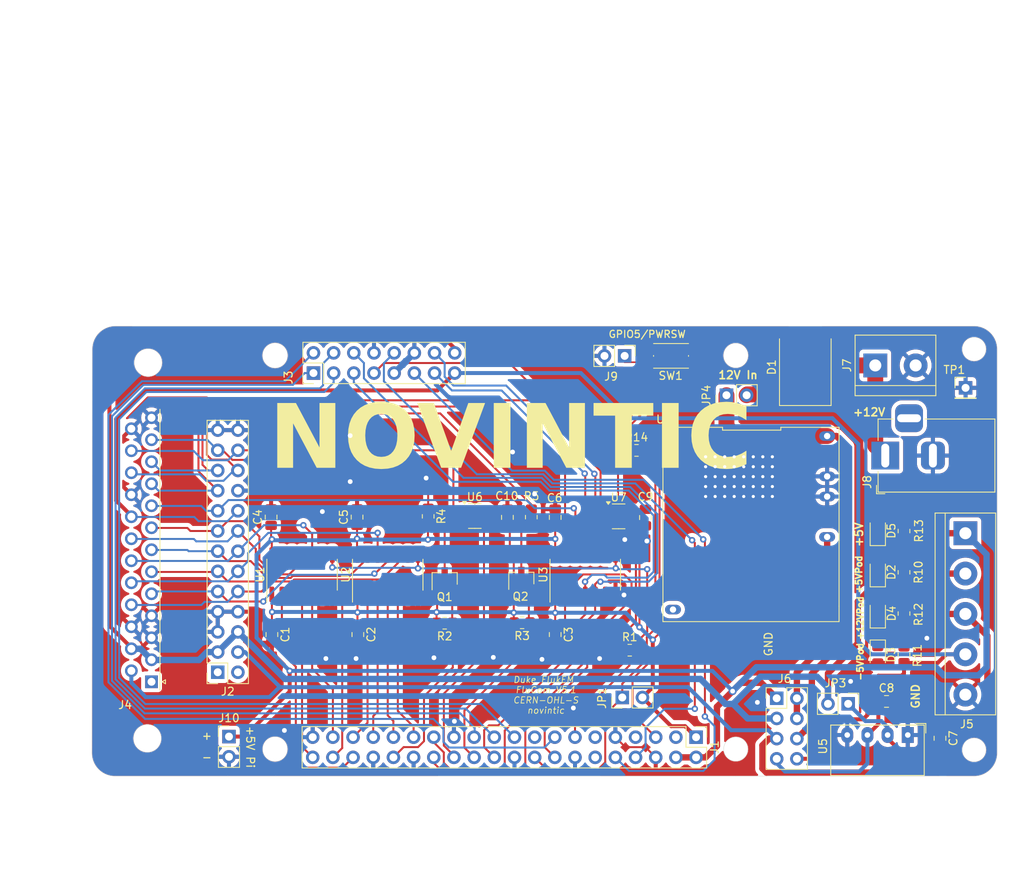
<source format=kicad_pcb>
(kicad_pcb (version 20240108) (generator "pcbnew") (generator_version "8.0")
  (title_block (title "FluCom") (date "2022-04-08") (rev "5.1") (comment 1 "CERN-OHL-version-2 ") (comment 3 "mirko (novintic)"))
  (layers (0 "F.Cu" signal) (31 "B.Cu" signal) (34 "B.Paste" user) (35 "F.Paste" user) (36 "B.SilkS" user "B.Silkscreen") (37 "F.SilkS" user "F.Silkscreen") (38 "B.Mask" user) (39 "F.Mask" user) (44 "Edge.Cuts" user))
  (net 0 "")
  (net 1 "+3V3")
  (net 2 "GND")
  (net 3 "+5V")
  (net 4 "Net-(U5-Vin)")
  (net 5 "Net-(J6-Pin_7)")
  (net 6 "Net-(D1-A)")
  (net 7 "Net-(D2-A)")
  (net 8 "Net-(D3-K)")
  (net 9 "Net-(D4-A)")
  (net 10 "Net-(D5-A)")
  (net 12 "TX_A")
  (net 13 "GPIO3_A")
  (net 14 "+12V")
  (net 16 "RX_A")
  (net 19 "SPICS_A")
  (net 21 "MOSI_A")
  (net 22 "~{PODprsnt_A}")
  (net 23 "OE")
  (net 24 "MISO_A")
  (net 25 "PWRFAIL_A")
  (net 27 "~{RESET_A}")
  (net 28 "~{PODSTAT_A}")
  (net 31 "DA7")
  (net 32 "DA6")
  (net 33 "~{MAINSTAT_A}")
  (net 34 "DA5")
  (net 35 "DA4")
  (net 36 "DA0")
  (net 37 "DA3")
  (net 38 "DA1")
  (net 39 "DA2")
  (net 40 "Net-(J6-Pin_2)")
  (net 41 "+5V_Pod")
  (net 42 "DB6")
  (net 43 "DB4")
  (net 44 "DB2")
  (net 45 "DB0")
  (net 46 "~{PODprsnt_B}")
  (net 47 "~{SYNC_B}")
  (net 48 "PWRFAIL_B")
  (net 49 "~{MAINSTAT_B}")
  (net 50 "+12V_Pod")
  (net 51 "DB7")
  (net 52 "DB5")
  (net 53 "DB3")
  (net 54 "DB1")
  (net 55 "-5V")
  (net 56 "~{RESET_B}")
  (net 57 "~{PODSTAT_B}")
  (net 58 "Net-(J6-Pin_6)")
  (net 60 "~{SYNC_A}")
  (net 67 "SPISCK_A")
  (net 68 "GPIO0_A")
  (net 69 "GPIO1_A")
  (net 70 "GPIO0_B")
  (net 71 "GPIO1_B")
  (footprint "Capacitor_SMD:C_0805_2012Metric_Pad1.18x1.45mm_HandSolder" (layer "F.Cu") (at 79.6036 122.5804 -90)
    (property "Reference" "C1")
    (property "Value" "0.1uF")
  )
  (footprint "Capacitor_SMD:C_0805_2012Metric_Pad1.18x1.45mm_HandSolder" (layer "F.Cu") (at 90.424 122.5804 -90)
    (property "Reference" "C2")
    (property "Value" "0.1uF")
  )
  (footprint "Capacitor_SMD:C_0805_2012Metric_Pad1.18x1.45mm_HandSolder" (layer "F.Cu") (at 90.3224 107.7976 90)
    (property "Reference" "C5")
    (property "Value" "0.1uF")
  )
  (footprint "Capacitor_SMD:C_0805_2012Metric_Pad1.18x1.45mm_HandSolder" (layer "F.Cu") (at 163.703 135.636 -90)
    (property "Reference" "C7")
    (property "Value" "4.7uF")
  )
  (footprint "LED_SMD:LED_0805_2012Metric_Pad1.15x1.40mm_HandSolder" (layer "F.Cu") (at 155.875 114.71 90)
    (property "Reference" "D2")
    (property "Value" "LED_Small")
  )
  (footprint "LED_SMD:LED_0805_2012Metric_Pad1.15x1.40mm_HandSolder" (layer "F.Cu") (at 155.875 125.125 -90)
    (property "Reference" "D3")
    (property "Value" "LED_Small")
  )
  (footprint "LED_SMD:LED_0805_2012Metric_Pad1.15x1.40mm_HandSolder" (layer "F.Cu") (at 155.875 119.895 90)
    (property "Reference" "D4")
    (property "Value" "LED_Small")
  )
  (footprint "LED_SMD:LED_0805_2012Metric_Pad1.15x1.40mm_HandSolder" (layer "F.Cu") (at 155.875 109.525 90)
    (property "Reference" "D5")
    (property "Value" "LED_Small")
  )
  (footprint "Diode_SMD:D_SMC" (layer "F.Cu") (at 146.75 88.95 90)
    (property "Reference" "D1")
    (property "Value" "B320")
  )
  (footprint "Connector_PinHeader_2.54mm:PinHeader_2x20_P2.54mm_Vertical" (layer "F.Cu") (at 133 135.5 -90)
    (property "Reference" "J1")
    (property "Value" "Raspberry_Pi_2_3")
  )
  (footprint "Fluke6809POD:PinHeader_2x13_P2.54mm_Vertical_Fluke_Numbering_mirrored" (layer "F.Cu") (at 75.325 127.325 180)
    (property "Reference" "J2")
    (property "Value" "Debug")
  )
  (footprint "Connector_BarrelJack:BarrelJack_Horizontal" (layer "F.Cu") (at 156.814 100.05 180)
    (property "Reference" "J8")
    (property "Value" "12V in Barrel Jack")
  )
  (footprint "TerminalBlock:TerminalBlock_bornier-5_P5.08mm" (layer "F.Cu") (at 166.9 109.825 -90)
    (property "Reference" "J5")
    (property "Value" "POWER")
  )
  (footprint "TerminalBlock:TerminalBlock_bornier-2_P5.08mm" (layer "F.Cu") (at 155.56 88.7)
    (property "Reference" "J7")
    (property "Value" "12V in")
  )
  (footprint "Connector_PinHeader_2.54mm:PinHeader_1x02_P2.54mm_Vertical" (layer "F.Cu") (at 152.146 131.3 -90)
    (property "Reference" "JP3")
    (property "Value" "Onboard -5V")
  )
  (footprint "Package_TO_SOT_SMD:SOT-23" (layer "F.Cu") (at 111 115.5 90)
    (property "Reference" "Q2")
    (property "Value" "BSS138")
  )
  (footprint "Resistor_SMD:R_0805_2012Metric_Pad1.20x1.40mm_HandSolder" (layer "F.Cu") (at 159.175 114.741666 90)
    (property "Reference" "R10")
    (property "Value" "300R")
  )
  (footprint "Resistor_SMD:R_0805_2012Metric_Pad1.20x1.40mm_HandSolder" (layer "F.Cu") (at 159.175 119.933332 90)
    (property "Reference" "R12")
    (property "Value" "700R")
  )
  (footprint "Resistor_SMD:R_0805_2012Metric_Pad1.20x1.40mm_HandSolder" (layer "F.Cu") (at 159.175 109.55 90)
    (property "Reference" "R13")
    (property "Value" "300R")
  )
  (footprint "Resistor_SMD:R_0805_2012Metric_Pad1.20x1.40mm_HandSolder" (layer "F.Cu") (at 111.1 121.1 180)
    (property "Reference" "R3")
    (property "Value" "10K")
  )
  (footprint "Connector_PinHeader_2.54mm:PinHeader_1x01_P2.54mm_Vertical" (layer "F.Cu") (at 166.925 91.525)
    (property "Reference" "TP1")
    (property "Value" "TestPoint")
  )
  (footprint "Package_SO:SOIC-14_3.9x8.7mm_P1.27mm" (layer "F.Cu") (at 83.4 115.047 90)
    (property "Reference" "U1")
    (property "Value" "TXS0104EPW")
  )
  (footprint "Package_SO:SOIC-14_3.9x8.7mm_P1.27mm" (layer "F.Cu") (at 94.1832 115.047 90)
    (property "Reference" "U2")
    (property "Value" "TXS0104EPW")
  )
  (footprint "Converter_DCDC:Converter_DCDC_muRata_CRE1xxxxxxSC_THT" (layer "F.Cu") (at 159.65 135.225 -90)
    (property "Reference" "U5")
    (property "Value" "B0505S")
  )
  (footprint "Resistor_SMD:R_0805_2012Metric_Pad1.20x1.40mm_HandSolder" (layer "F.Cu") (at 101.352 121.15 180)
    (property "Reference" "R2")
    (property "Value" "10K")
  )
  (footprint "Resistor_SMD:R_0805_2012Metric_Pad1.20x1.40mm_HandSolder" (layer "F.Cu") (at 99.275 107.7 -90)
    (property "Reference" "R4")
    (property "Value" "10K")
  )
  (footprint "Package_TO_SOT_SMD:SOT-23" (layer "F.Cu") (at 101.352 115.55 90)
    (property "Reference" "Q1")
    (property "Value" "BSS138")
  )
  (footprint "Resistor_SMD:R_0805_2012Metric_Pad1.20x1.40mm_HandSolder" (layer "F.Cu") (at 112.2576 107.8 -90)
    (property "Reference" "R5")
    (property "Value" "10K")
  )
  (footprint "Resistor_SMD:R_0805_2012Metric_Pad1.20x1.40mm_HandSolder" (layer "F.Cu") (at 124.650001 124.550001)
    (property "Reference" "R1")
    (property "Value" "R_Small")
  )
  (footprint "Capacitor_SMD:C_0805_2012Metric_Pad1.18x1.45mm_HandSolder" (layer "F.Cu") (at 79.502 107.7976 90)
    (property "Reference" "C4")
    (property "Value" "0.1uF")
  )
  (footprint "Capacitor_SMD:C_0805_2012Metric_Pad1.18x1.45mm_HandSolder" (layer "F.Cu") (at 115.2652 122.5804 -90)
    (property "Reference" "C3")
    (property "Value" "0.1uF")
  )
  (footprint "Capacitor_SMD:C_0805_2012Metric_Pad1.18x1.45mm_HandSolder" (layer "F.Cu") (at 115.2652 107.83 90)
    (property "Reference" "C6")
    (property "Value" "0.1uF")
  )
  (footprint "Package_SO:SOIC-14_3.9x8.7mm_P1.27mm" (layer "F.Cu") (at 119.048 115.047 90)
    (property "Reference" "U3")
    (property "Value" "TXS0104EPW")
  )
  (footprint "Capacitor_SMD:C_0805_2012Metric_Pad1.18x1.45mm_HandSolder" (layer "F.Cu") (at 156.975 131)
    (property "Reference" "C8")
    (property "Value" "10uF")
  )
  (footprint "Resistor_SMD:R_0805_2012Metric_Pad1.20x1.40mm_HandSolder" (layer "F.Cu") (at 159.175 125.125 90)
    (property "Reference" "R11")
    (property "Value" "300R")
  )
  (footprint "Connector_Dsub:DSUB-25_Female_Horizontal_P2.77x2.54mm_EdgePinOffset9.40mm" (layer "F.Cu") (at 64.45 128.525 -90)
    (property "Reference" "J4")
    (property "Value" "DB25_Female")
  )
  (footprint "Connector_PinHeader_2.54mm:PinHeader_1x02_P2.54mm_Vertical" (layer "F.Cu") (at 123.71 130.5 90)
    (property "Reference" "JP1")
    (property "Value" "OE")
  )
  (footprint "Connector_PinHeader_2.54mm:PinHeader_1x02_P2.54mm_Vertical" (layer "F.Cu") (at 124.01 87.5 -90)
    (property "Reference" "J9")
    (property "Value" "Conn_01x02_Pin" (hide yes))
  )
  (footprint "Capacitor_SMD:C_0805_2012Metric_Pad1.18x1.45mm_HandSolder" (layer "F.Cu") (at 109.25 107.83 -90)
    (property "Reference" "C10")
    (property "Value" "0.1uF")
  )
  (footprint "Connector_PinHeader_2.54mm:PinHeader_2x04_P2.54mm_Vertical" (layer "F.Cu") (at 143.15 130.6)
    (property "Reference" "J6")
    (property "Value" "PWset")
  )
  (footprint "Resistor_SMD:R_0805_2012Metric_Pad1.20x1.40mm_HandSolder" (layer "F.Cu") (at 125.5 99.4)
    (property "Reference" "R14")
    (property "Value" "10K")
  )
  (footprint "Capacitor_SMD:C_0805_2012Metric_Pad1.18x1.45mm_HandSolder" (layer "F.Cu") (at 126.625 107.85 90)
    (property "Reference" "C9")
    (property "Value" "0.1uF")
  )
  (footprint "Package_TO_SOT_SMD:SOT-23-5" (layer "F.Cu") (at 105.15 107.65)
    (property "Reference" "U6")
    (property "Value" "SN74LV1T34DBV")
  )
  (footprint "Connector_PinHeader_2.54mm:PinHeader_2x08_P2.54mm_Vertical" (layer "F.Cu") (at 84.836 89.662 90)
    (property "Reference" "J3")
    (property "Value" "Conn_02x08_Top_Bottom")
  )
  (footprint "FluCom3:CK1408" (layer "F.Cu") (at 140 107.75 -90)
    (property "Reference" "U4")
    (property "Value" "CK1408")
  )
  (footprint "Package_TO_SOT_SMD:SOT-23-5" (layer "F.Cu") (at 123.25 107.7)
    (property "Reference" "U7")
    (property "Value" "SN74LV1T34DBV")
  )
  (footprint "Button_Switch_SMD:SW_Push_1P1T_NO_CK_KMR2" (layer "F.Cu") (at 129.85 87.5 180)
    (property "Reference" "SW1")
    (property "Value" "SW_Push")
  )
  (footprint "Connector_PinHeader_2.54mm:PinHeader_1x02_P2.54mm_Vertical" (layer "F.Cu") (at 136.825 92.45 90)
    (property "Reference" "JP4")
    (property "Value" "Jumper_NC_Small")
  )
  (footprint "Connector_PinHeader_2.54mm:PinHeader_1x02_P2.54mm_Vertical" (layer "F.Cu") (at 74.2 135.425)
    (property "Reference" "J10")
    (property "Value" "Conn_01x02_Pin" (hide yes))
  )
  (gr_line (start 124.01 88.3) (end 124.01 87.5) (stroke (width 0.2)) (layer "F.Cu") (net 13))
  (gr_line (start 127.9 88.3) (end 124.01 88.3) (stroke (width 0.2)) (layer "F.Cu") (net 13))
  (gr_line (start 80.099944 140.398335) (end 138 140.4) (stroke (width 0.05)) (layer "Edge.Cuts"))
  (gr_arc (start 59.85 140.4) (mid 57.79939 139.55061) (end 56.95 137.5) (stroke (width 0.05)) (layer "Edge.Cuts"))
  (gr_line (start 74.05 140.4) (end 59.85 140.4) (stroke (width 0.05)) (layer "Edge.Cuts"))
  (gr_line (start 59.9 83.75) (end 168 83.75) (stroke (width 0.05)) (layer "Edge.Cuts"))
  (gr_arc (start 170.9 137.5) (mid 170.05061 139.55061) (end 168 140.4) (stroke (width 0.05)) (layer "Edge.Cuts"))
  (gr_circle (center 168 137.1) (end 169.5 137.1) (stroke (width 0.05)) (fill none) (layer "Edge.Cuts"))
  (gr_line (start 170.9 137.1) (end 170.9 137.5) (stroke (width 0.05)) (layer "Edge.Cuts"))
  (gr_circle (center 80 87.45) (end 81.3 88.35) (stroke (width 0.05)) (fill none) (layer "Edge.Cuts"))
  (gr_line (start 74.05 140.4) (end 80.099944 140.398335) (stroke (width 0.05)) (layer "Edge.Cuts"))
  (gr_circle (center 63.925 135.65) (end 63.925 133.9) (stroke (width 0.05)) (fill none) (layer "Edge.Cuts"))
  (gr_arc (start 168 83.75) (mid 170.05061 84.59939) (end 170.9 86.65) (stroke (width 0.05)) (layer "Edge.Cuts"))
  (gr_arc (start 57 86.65) (mid 57.84939 84.59939) (end 59.9 83.75) (stroke (width 0.05)) (layer "Edge.Cuts"))
  (gr_circle (center 80 137) (end 81.4 137.7) (stroke (width 0.05)) (fill none) (layer "Edge.Cuts"))
  (gr_circle (center 138 137) (end 139.3 137.8) (stroke (width 0.05)) (fill none) (layer "Edge.Cuts"))
  (gr_line (start 57 86.65) (end 56.95 137.5) (stroke (width 0.05)) (layer "Edge.Cuts"))
  (gr_line (start 170.9 137.1) (end 170.9 86.65) (stroke (width 0.05)) (layer "Edge.Cuts"))
  (gr_line (start 138 140.4) (end 168 140.4) (stroke (width 0.05)) (layer "Edge.Cuts"))
  (gr_circle (center 168 86.65) (end 169.5 86.65) (stroke (width 0.05)) (fill none) (layer "Edge.Cuts"))
  (gr_circle (center 138 87.45) (end 139.5 87.85) (stroke (width 0.05)) (fill none) (layer "Edge.Cuts"))
  (gr_circle (center 64.025 88.35) (end 64.025 86.6) (stroke (width 0.05)) (fill none) (layer "Edge.Cuts"))
  (gr_text "-" (at 70.7 138.6 0) (layer "F.SilkS") (effects (font (size 1 1)) (justify left bottom)))
  (gr_text "Duke FlukEM \nFluCom V5.1\nCERN-OHL-S\nnovintic" (at 114.1 130.2 0) (layer "F.SilkS") (effects (font (size 0.8 0.8) (thickness 0.1) (italic yes))))
  (gr_text "GND" (at 142.7 125.4 90) (layer "F.SilkS") (effects (font (size 1 1)) (justify left bottom)))
  (gr_text "+5VPod" (at 153.5 115 90) (layer "F.SilkS") (effects (font (size 0.8 0.8) (thickness 0.2))))
  (gr_text "+5V Pi" (at 76.3 134 -90) (layer "F.SilkS") (effects (font (size 1 1)) (justify left bottom)))
  (gr_text "+12V" (at 154.7876 94.5896 0) (layer "F.SilkS") (effects (font (size 1 1) (thickness 0.2))))
  (gr_text "GND" (at 160.6296 130.3528 90) (layer "F.SilkS") (effects (font (size 1 1) (thickness 0.2))))
  (gr_text "+" (at 70.7 135.9 0) (layer "F.SilkS") (effects (font (size 1 1)) (justify left bottom)))
  (gr_text "+12VPod" (at 153.67 120.5 90) (layer "F.SilkS") (effects (font (size 0.8 0.8) (thickness 0.2))))
  (gr_text "NOVINTIC" (at 79.25 102.95 0) (layer "F.SilkS") (effects (font (size 8 8) (thickness 0.3) (bold yes)) (justify left bottom)))
  (gr_text "-5VPod" (at 153.67 126 90) (layer "F.SilkS") (effects (font (size 0.8 0.8) (thickness 0.2))))
  (gr_text "12V In" (at 135.7 90.5 0) (layer "F.SilkS") (effects (font (size 1 1) (thickness 0.2) (bold yes)) (justify left bottom)))
  (gr_text "GPIO5/PWRSW" (at 121.9 85.3 0) (layer "F.SilkS") (effects (font (size 0.9 0.9) (thickness 0.15) (bold yes)) (justify left bottom)))
  (gr_text "+5V" (at 153.5 110 90) (layer "F.SilkS") (effects (font (size 1 1) (thickness 0.2))))
  (segment (start 124.3875 106.75) (end 124.45 106.8125) (width 0.25) (layer "F.Cu") (net 1))
  (segment (start 128.4 122.4) (end 128.4 101.3) (width 0.25) (layer "F.Cu") (net 1))
  (segment (start 110.05 113.425) (end 109.55 112.925) (width 0.25) (layer "F.Cu") (net 1))
  (segment (start 126.25 130.5) (end 127.549731 129.200269) (width 0.5) (layer "F.Cu") (net 1))
  (segment (start 110.05 116.5) (end 110.05 113.425) (width 0.25) (layer "F.Cu") (net 1))
  (segment (start 127.549731 129.200269) (end 127.549731 123.24272) (width 0.5) (layer "F.Cu") (net 1))
  (segment (start 110.05 116.5) (end 110.05 119.82) (width 0.25) (layer "F.Cu") (net 1))
  (segment (start 125.875 112.563612) (end 125.875 121.65) (width 0.25) (layer "F.Cu") (net 1))
  (segment (start 79.6036 119.7864) (end 79.6036 121.5554) (width 0.249987) (layer "F.Cu") (net 1))
  (segment (start 127.55728 123.24272) (end 128.4 122.4) (width 0.25) (layer "F.Cu") (net 1))
  (segment (start 109.55 109.1625) (end 109.25 108.8625) (width 0.25) (layer "F.Cu") (net 1))
  (segment (start 90.3732 119.7864) (end 90.3732 117.522) (width 0.249987) (layer "F.Cu") (net 1))
  (segment (start 131.612 134.112) (end 133 135.5) (width 0.5) (layer "F.Cu") (net 1))
  (segment (start 126.25 130.5) (end 129.862 134.112) (width 0.5) (layer "F.Cu") (net 1))
  (segment (start 100.402 119.689) (end 100.33 119.761) (width 0.25) (layer "F.Cu") (net 1))
  (segment (start 128.4 101.3) (end 126.5 99.4) (width 0.25) (layer "F.Cu") (net 1))
  (segment (start 129.862 134.112) (end 131.612 134.112) (width 0.5) (layer "F.Cu") (net 1))
  (segment (start 100.33 121.147) (end 100.33 119.761) (width 0.25) (layer "F.Cu") (net 1))
  (segment (start 79.6036 119.7864) (end 79.6036 117.5356) (width 0.249987) (layer "F.Cu") (net 1))
  (segment (start 125.575 112.263612) (end 125.875 112.563612) (width 0.25) (layer "F.Cu") (net 1))
  (segment (start 90.3732 119.7864) (end 90.3732 121.5046) (width 0.249987) (layer "F.Cu") (net 1))
  (segment (start 127.549731 123.24272) (end 127.55728 123.24272) (width 0.5) (layer "F.Cu") (net 1))
  (segment (start 100.402 116.55) (end 100.402 119.689) (width 0.25) (layer "F.Cu") (net 1))
  (segment (start 126.625 106.8125) (end 125.575 107.8625) (width 0.25) (layer "F.Cu") (net 1))
  (segment (start 125.575 107.8625) (end 125.575 112.263612) (width 0.25) (layer "F.Cu") (net 1))
  (segment (start 115.2652 121.5554) (end 115.2652 119.8372) (width 0.249987) (layer "F.Cu") (net 1))
  (segment (start 110.05 119.82) (end 110.05 121.075) (width 0.25) (layer "F.Cu") (net 1))
  (segment (start 124.45 106.8125) (end 126.625 106.8125) (width 0.25) (layer "F.Cu") (net 1))
  (segment (start 115.2652 119.8372) (end 115.2652 117.5492) (width 0.249987) (layer "F.Cu") (net 1))
  (segment (start 109.55 112.925) (end 109.55 109.1625) (width 0.25) (layer "F.Cu") (net 1))
  (segment (start 109.25 108.8625) (end 109.2 108.8625) (width 0.25) (layer "F.Cu") (net 1))
  (segment (start 109.2 108.8625) (end 107.0375 106.7) (width 0.25) (layer "F.Cu") (net 1))
  (segment (start 107.0375 106.7) (end 106.2875 106.7) (width 0.25) (layer "F.Cu") (net 1))
  (via (at 100.33 119.761) (size 0.8) (drill 0.4) (layers "F.Cu" "B.Cu") (net 1))
  (via (at 127.549731 123.24272) (size 0.8) (drill 0.4) (layers "F.Cu" "B.Cu") (net 1))
  (via (at 125.875 121.65) (size 0.8) (drill 0.4) (layers "F.Cu" "B.Cu") (net 1))
  (via (at 90.3732 119.7864) (size 0.8) (drill 0.4) (layers "F.Cu" "B.Cu") (net 1))
  (via (at 115.2652 119.8372) (size 0.8) (drill 0.4) (layers "F.Cu" "B.Cu") (net 1))
  (via (at 79.632411 119.732567) (size 0.8) (drill 0.4) (layers "F.Cu" "B.Cu") (net 1))
  (via (at 110.05 119.82) (size 0.8) (drill 0.4) (layers "F.Cu" "B.Cu") (net 1))
  (segment (start 89.662 119.7356) (end 79.6798 119.7356) (width 0.5) (layer "B.Cu") (net 1))
  (segment (start 100.292 119.723) (end 100.33 119.761) (width 0.25) (layer "B.Cu") (net 1))
  (segment (start 110.05 119.82) (end 115.248 119.82) (width 0.5) (layer "B.Cu") (net 1))
  (segment (start 109.991 119.761) (end 100.33 119.761) (width 0.5) (layer "B.Cu") (net 1))
  (segment (start 110.05 119.82) (end 109.991 119.761) (width 0.25) (layer "B.Cu") (net 1))
  (segment (start 125.875 121.65) (end 127.549731 123.24272) (width 0.5) (layer "B.Cu") (net 1))
  (segment (start 115.2652 119.8372) (end 124.14421 119.8372) (width 0.5) (layer "B.Cu") (net 1))
  (segment (start 89.7 119.7356) (end 100.292 119.7356) (width 0.5) (layer "B.Cu") (net 1))
  (segment (start 124.14421 119.8372) (end 125.875 121.65) (width 0.5) (layer "B.Cu") (net 1))
  (segment (start 115.248 119.82) (end 115.2652 119.8372) (width 0.5) (layer "B.Cu") (net 1))
  (segment (start 89.671 119.752) (end 89.7 119.723) (width 0.25) (layer "B.Cu") (net 1))
  (segment (start 79.6888 119.752) (end 79.6544 119.7864) (width 0.5) (layer "B.Cu") (net 1))
  (segment (start 126.6336 136.7536) (end 127.92 138.04) (width 0.25) (layer "F.Cu") (net 2))
  (segment (start 124.0936 136.7536) (end 126.6336 136.7536) (width 0.25) (layer "F.Cu") (net 2))
  (segment (start 122.84 135.5) (end 124.0936 136.7536) (width 0.25) (layer "F.Cu") (net 2))
  (via (at 135.4 100.2) (size 0.8) (drill 0.4) (layers "F.Cu" "B.Cu") (net 2))
  (via (at 134.2 100.2) (size 0.8) (drill 0.4) (layers "F.Cu" "B.Cu") (net 2))
  (via (at 135.4 102.7) (size 0.8) (drill 0.4) (layers "F.Cu" "B.Cu") (net 2))
  (via (at 140.2 101.45) (size 0.8) (drill 0.4) (layers "F.Cu" "B.Cu") (net 2))
  (via (at 100 125.5) (size 1) (drill 0.6) (layers "F.Cu" "B.Cu") (net 2))
  (via (at 85.9536 107.1) (size 1) (drill 0.6) (layers "F.Cu" "B.Cu") (net 2))
  (via (at 137.8 101.45) (size 0.8) (drill 0.4) (layers "F.Cu" "B.Cu") (net 2))
  (via (at 135.4 105.2) (size 0.8) (drill 0.4) (layers "F.Cu" "B.Cu") (net 2))
  (via (at 142.6 101.45) (size 0.8) (drill 0.4) (layers "F.Cu" "B.Cu") (net 2))
  (via (at 136.6 102.7) (size 0.8) (drill 0.4) (layers "F.Cu" "B.Cu") (net 2))
  (via (at 109.9 99.6) (size 1) (drill 0.6) (layers "F.Cu" "B.Cu") (net 2))
  (via (at 137.8 105.2) (size 0.8) (drill 0.4) (layers "F.Cu" "B.Cu") (net 2))
  (via (at 117.5512 131.826) (size 1) (drill 0.6) (layers "F.Cu" "B.Cu") (net 2))
  (via (at 135.4 103.95) (size 0.8) (drill 0.4) (layers "F.Cu" "B.Cu") (net 2))
  (via (at 141.4 102.7) (size 0.8) (drill 0.4) (layers "F.Cu" "B.Cu") (net 2))
  (via (at 123.925 117.6) (size 1) (drill 0.6) (layers "F.Cu" "B.Cu") (net 2))
  (via (at 141.4 103.95) (size 0.8) (drill 0.4) (layers "F.Cu" "B.Cu") (net 2))
  (via (at 142.6 103.95) (size 0.8) (drill 0.4) (layers "F.Cu" "B.Cu") (net 2))
  (via (at 140.716 131.1148) (size 1) (drill 0.6) (layers "F.Cu" "B.Cu") (net 2))
  (via (at 139 105.2) (size 0.8) (drill 0.4) (layers "F.Cu" "B.Cu") (net 2))
  (via (at 136.6 105.2) (size 0.8) (drill 0.4) (layers "F.Cu" "B.Cu") (net 2))
  (via (at 120.8532 125.6) (size 1) (drill 0.6) (layers "F.Cu" "B.Cu") (net 2))
  (via (at 134.2 103.95) (size 0.8) (drill 0.4) (layers "F.Cu" "B.Cu") (net 2))
  (via (at 152.4508 128.4732) (size 1) (drill 0.6) (layers "F.Cu" "B.Cu") (net 2))
  (via (at 162.052 123.0376) (size 1) (drill 0.6) (layers "F.Cu" "B.Cu") (net 2))
  (via (at 140.2 105.2) (size 0.8) (drill 0.4) (layers "F.Cu" "B.Cu") (net 2))
  (via (at 137.8 100.2) (size 0.8) (drill 0.4) (layers "F.Cu" "B.Cu") (net 2))
  (via (at 141.4 105.2) (size 0.8) (drill 0.4) (layers "F.Cu" "B.Cu") (net 2))
  (via (at 124.025 110.625) (size 1) (drill 0.6) (layers "F.Cu" "B.Cu") (net 2))
  (via (at 134.2 105.2) (size 0.8) (drill 0.4) (layers "F.Cu" "B.Cu") (net 2))
  (via (at 137.8 102.7) (size 0.8) (drill 0.4) (layers "F.Cu" "B.Cu") (net 2))
  (via (at 107.475 125.45) (size 1) (drill 0.6) (layers "F.Cu" "B.Cu") (net 2))
  (via (at 139 102.7) (size 0.8) (drill 0.4) (layers "F.Cu" "B.Cu") (net 2))
  (via (at 140.2 103.95) (size 0.8) (drill 0.4) (layers "F.Cu" "B.Cu") (net 2))
  (via (at 102.575 133.5) (size 1) (drill 0.6) (layers "F.Cu" "B.Cu") (net 2))
  (via (at 139 101.45) (size 0.8) (drill 0.4) (layers "F.Cu" "B.Cu") (net 2))
  (via (at 89.4588 97.536) (size 1) (drill 0.6) (layers "F.Cu" "B.Cu") (net 2))
  (via (at 139 103.95) (size 0.8) (drill 0.4) (layers "F.Cu" "B.Cu") (net 2))
  (via (at 134.2 101.45) (size 0.8) (drill 0.4) (layers "F.Cu" "B.Cu") (net 2))
  (via (at 141.4 100.2) (size 0.8) (drill 0.4) (layers "F.Cu" "B.Cu") (net 2))
  (via (at 137.8 103.95) (size 0.8) (drill 0.4) (layers "F.Cu" "B.Cu") (net 2))
  (via (at 126.805263 110.807175) (size 1) (drill 0.6) (layers "F.Cu" "B.Cu") (net 2))
  (via (at 140.2 100.2) (size 0.8) (drill 0.4) (layers "F.Cu" "B.Cu") (net 2))
  (via (at 134.2 102.7) (size 0.8) (drill 0.4) (layers "F.Cu" "B.Cu") (net 2))
  (via (at 81.175 134.65) (size 1) (drill 0.6) (layers "F.Cu" "B.Cu") (net 2))
  (via (at 142.6 105.2) (size 0.8) (drill 0.4) (layers "F.Cu" "B.Cu") (net 2))
  (via (at 139 100.2) (size 0.8) (drill 0.4) (layers "F.Cu" "B.Cu") (net 2))
  (via (at 99.018719 102.881281) (size 1) (drill 0.6) (layers "F.Cu" "B.Cu") (net 2))
  (via (at 86.4 125.6) (size 1) (drill 0.6) (layers "F.Cu" "B.Cu") (net 2))
  (via (at 141.4 101.45) (size 0.8) (drill 0.4) (layers "F.Cu" "B.Cu") (net 2))
  (via (at 142.6 100.2) (size 0.8) (drill 0.4) (layers "F.Cu" "B.Cu") (net 2))
  (via (at 136.6 101.45) (size 0.8) (drill 0.4) (layers "F.Cu" "B.Cu") (net 2))
  (via (at 89.4588 103.3272) (size 1) (drill 0.6) (layers "F.Cu" "B.Cu") (net 2))
  (via (at 136.6 103.95) (size 0.8) (drill 0.4) (layers "F.Cu" "B.Cu") (net 2))
  (via (at 135.4 101.45) (size 0.8) (drill 0.4) (layers "F.Cu" "B.Cu") (net 2))
  (via (at 142.6 102.7) (size 0.8) (drill 0.4) (layers "F.Cu" "B.Cu") (net 2))
  (via (at 113.6 125.7) (size 1) (drill 0.6) (layers "F.Cu" "B.Cu") (net 2))
  (via (at 112.675 104.875) (size 1) (drill 0.6) (layers "F.Cu" "B.Cu") (net 2))
  (via (at 140.2 102.7) (size 0.8) (drill 0.4) (layers "F.Cu" "B.Cu") (net 2))
  (via (at 136.6 100.2) (size 0.8) (drill 0.4) (layers "F.Cu" "B.Cu") (net 2))
  (via (at 90.2 125.6) (size 1) (drill 0.6) (layers "F.Cu" "B.Cu") (net 2))
  (segment (start 94.996 89.662) (end 97.536 87.122) (width 0.8) (layer "B.Cu") (net 2))
  (segment (start 133 138.04) (end 134.202081 138.04) (width 0.8) (layer "F.Cu") (net 3))
  (segment (start 79.502 110.49) (end 79.6036 110.5916) (width 0.249987) (layer "F.Cu") (net 3))
  (segment (start 137.6 129.7) (end 138.9 128.4) (width 0.5) (layer "F.Cu") (net 3))
  (segment (start 163.098 109.825) (end 162.348 110.575) (width 0.8) (layer "F.Cu") (net 3))
  (segment (start 74.2 135.425) (end 76.175 135.425) (width 0.5) (layer "F.Cu") (net 3))
  (segment (start 112.2576 108.8) (end 115.1977 108.8) (width 0.249987) (layer "F.Cu") (net 3))
  (segment (start 141.201 128.651) (end 138.649 128.651) (width 0.8) (layer "F.Cu") (net 3))
  (segment (start 135.624994 136.617087) (end 135.624994 131.675006) (width 0.8) (layer "F.Cu") (net 3))
  (segment (start 133 138.04) (end 130.46 138.04) (width 0.8) (layer "F.Cu") (net 3))
  (segment (start 79.59 110.6052) (end 79.6036 110.5916) (width 0.249987) (layer "F.Cu") (net 3))
  (segment (start 115.1977 108.8) (end 115.2652 108.8675) (width 0.249987) (layer "F.Cu") (net 3))
  (segment (start 115.2652 108.8226) (end 115.2652 110.5408) (width 0.249987) (layer "F.Cu") (net 3))
  (segment (start 99.25 108.975) (end 99.25 110.628301) (width 0.25) (layer "F.Cu") (net 3))
  (segment (start 143.15 130.6) (end 141.201 128.651) (width 0.8) (layer "F.Cu") (net 3))
  (segment (start 134.202081 138.04) (end 135.624994 136.617087) (width 0.8) (layer "F.Cu") (net 3))
  (segment (start 90.3224 108.8226) (end 90.3224 110.5033) (width 0.249987) (layer "F.Cu") (net 3))
  (segment (start 115.2652 110.5408) (end 115.2652 112.5448) (width 0.249987) (layer "F.Cu") (net 3))
  (segment (start 90.3224 112.5212) (end 90.3224 110.5033) (width 0.249987) (layer "F.Cu") (net 3))
  (segment (start 76.175 135.425) (end 81.8388 129.7612) (width 0.5) (layer "F.Cu") (net 3))
  (segment (start 138.649 128.651) (end 137.6 129.7) (width 0.8) (layer "F.Cu") (net 3))
  (segment (start 79.59 112.572) (end 79.59 110.6052) (width 0.249987) (layer "F.Cu") (net 3))
  (segment (start 81.8388 129.7612) (end 81.8388 127.1524) (width 0.5) (layer "F.Cu") (net 3))
  (segment (start 135.624994 131.675006) (end 137.6 129.7) (width 0.8) (layer "F.Cu") (net 3))
  (segment (start 166.9 109.825) (end 163.098 109.825) (width 0.8) (layer "F.Cu") (net 3))
  (segment (start 162.348 110.575) (end 159.175 110.575) (width 0.8) (layer "F.Cu") (net 3))
  (segment (start 79.502 108.8226) (end 79.502 110.49) (width 0.249987) (layer "F.Cu") (net 3))
  (via (at 137.6 129.7) (size 1) (drill 0.6) (layers "F.Cu" "B.Cu") (net 3))
  (via (at 115.2652 110.5408) (size 0.8) (drill 0.4) (layers "F.Cu" "B.Cu") (net 3))
  (via (at 81.8388 127.1524) (size 0.8) (drill 0.4) (layers "F.Cu" "B.Cu") (net 3))
  (via (at 99.25 110.628301) (size 0.8) (drill 0.4) (layers "F.Cu" "B.Cu") (net 3))
  (via (at 90.3224 110.5033) (size 0.8) (drill 0.4) (layers "F.Cu" "B.Cu") (net 3))
  (via (at 79.6036 110.5916) (size 0.8) (drill 0.4) (layers "F.Cu" "B.Cu") (net 3))
  (segment (start 168.5544 127.7112) (end 164.1856 127.7112) (width 0.8) (layer "B.Cu") (net 3))
  (segment (start 163.1696 126.6952) (end 140.6048 126.6952) (width 0.8) (layer "B.Cu") (net 3))
  (segment (start 99.24999 110.628311) (end 99.25 110.628301) (width 0.5) (layer "B.Cu") (net 3))
  (segment (start 77.6732 112.522) (end 77.6732 122.9868) (width 0.5) (layer "B.Cu") (net 3))
  (segment (start 79.6036 110.5916) (end 79.720911 110.708911) (width 0.5) (layer "B.Cu") (net 3))
  (segment (start 79.720911 110.708911) (end 90.116789 110.708911) (width 0.5) (layer "B.Cu") (net 3))
  (segment (start 164.1856 127.7112) (end 163.1696 126.6952) (width 0.8) (layer "B.Cu") (net 3))
  (segment (start 169.5704 126.6952) (end 168.5544 127.7112) (width 0.8) (layer "B.Cu") (net 3))
  (segment (start 115.2652 110.5408) (end 99.337501 110.5408) (width 0.5) (layer "B.Cu") (net 3))
  (segment (start 79.6036 110.5916) (end 77.6732 112.522) (width 0.5) (layer "B.Cu") (net 3))
  (segment (start 81.8388 127.1524) (end 135.0524 127.1524) (width 0.5) (layer "B.Cu") (net 3))
  (segment (start 90.447411 110.628311) (end 99.24999 110.628311) (width 0.5) (layer "B.Cu") (net 3))
  (segment (start 90.116789 110.708911) (end 90.3224 110.5033) (width 0.5) (layer "B.Cu") (net 3))
  (segment (start 169.5704 112.4954) (end 169.5704 126.6952) (width 0.8) (layer "B.Cu") (net 3))
  (segment (start 99.337501 110.5408) (end 99.25 110.628301) (width 0.5) (layer "B.Cu") (net 3))
  (segment (start 135.0524 127.1524) (end 137.6 129.7) (width 0.5) (layer "B.Cu") (net 3))
  (segment (start 166.9 109.825) (end 169.5704 112.4954) (width 0.8) (layer "B.Cu") (net 3))
  (segment (start 77.6732 122.9868) (end 81.8388 127.1524) (width 0.5) (layer "B.Cu") (net 3))
  (segment (start 90.3224 110.5033) (end 90.447411 110.628311) (width 0.5) (layer "B.Cu") (net 3))
  (segment (start 140.6048 126.6952) (end 137.6 129.7) (width 0.8) (layer "B.Cu") (net 3))
  (segment (start 157.11 135.647) (end 160.388 138.925) (width 0.5) (layer "F.Cu") (net 4))
  (segment (start 163.703 138.049) (end 163.703 136.661) (width 0.5) (layer "F.Cu") (net 4))
  (segment (start 162.827 138.925) (end 163.703 138.049) (width 0.5) (layer "F.Cu") (net 4))
  (segment (start 160.388 138.925) (end 162.827 138.925) (width 0.5) (layer "F.Cu") (net 4))
  (segment (start 152.146 131.3) (end 154.323 133.477) (width 0.5) (layer "B.Cu") (net 4))
  (segment (start 157.11 134.25) (end 157.11 135.225) (width 0.5) (layer "B.Cu") (net 4))
  (segment (start 154.323 133.477) (end 156.337 133.477) (width 0.5) (layer "B.Cu") (net 4))
  (segment (start 156.337 133.477) (end 157.11 134.25) (width 0.5) (layer "B.Cu") (net 4))
  (segment (start 155.95 133.845) (end 155.95 131) (width 0.5) (layer "F.Cu") (net 5))
  (segment (start 154.57 135.225) (end 155.95 133.845) (width 0.5) (layer "F.Cu") (net 5))
  (segment (start 144.1958 139.827) (end 153.543 139.827) (width 0.5) (layer "B.Cu") (net 5))
  (segment (start 154.57 138.8) (end 154.57 135.225) (width 0.5) (layer "B.Cu") (net 5))
  (segment (start 153.543 139.827) (end 154.57 138.8) (width 0.5) (layer "B.Cu") (net 5))
  (segment (start 143.15 138.7812) (end 144.1958 139.827) (width 0.5) (layer "B.Cu") (net 5))
  (segment (start 155.56 88.7) (end 155.56 98.796) (width 2) (layer "F.Cu") (net 6))
  (segment (start 155.56 98.796) (end 156.814 100.05) (width 2) (layer "F.Cu") (net 6))
  (segment (start 155.56 88.7) (end 149.9 88.7) (width 2) (layer "F.Cu") (net 6))
  (segment (start 149.9 88.7) (end 146.75 85.55) (width 2) (layer "F.Cu") (net 6))
  (segment (start 155.875 113.685) (end 159.143334 113.685) (width 0.249987) (layer "F.Cu") (net 7))
  (segment (start 159.175 124.1) (end 155.875 124.1) (width 0.249987) (layer "F.Cu") (net 8))
  (segment (start 155.875 118.87) (end 159.136668 118.87) (width 0.249987) (layer "F.Cu") (net 9))
  (segment (start 155.875 108.5) (end 159.15 108.5) (width 0.249987) (layer "F.Cu") (net 10))
  (segment (start 132.842 131.9276) (end 132.842 111.042) (width 0.249987) (layer "F.Cu") (net 12))
  (segment (start 132.842 111.042) (end 132.5 110.7) (width 0.249987) (layer "F.Cu") (net 12))
  (via (at 132.842 131.9276) (size 0.8) (drill 0.4) (layers "F.Cu" "B.Cu") (net 12))
  (via (at 132.5 110.7) (size 0.8) (drill 0.4) (layers "F.Cu" "B.Cu") (net 12))
  (segment (start 93.7 88.418) (end 93.7 90.7) (width 0.249987) (layer "B.Cu") (net 12))
  (segment (start 126.6444 134.3152) (end 129.032 131.9276) (width 0.249987) (layer "B.Cu") (net 12))
  (segment (start 105.400033 102.400033) (end 113.760216 102.400033) (width 0.249987) (layer "B.Cu") (net 12))
  (segment (start 126.6444 136.7756) (end 126.6444 134.3152) (width 0.249987) (layer "B.Cu") (net 12))
  (segment (start 129.032 131.9276) (end 132.842 131.9276) (width 0.249987) (layer "B.Cu") (net 12))
  (segment (start 94.996 87.122) (end 93.7 88.418) (width 0.249987) (layer "B.Cu") (net 12))
  (segment (start 125.38 138.04) (end 126.6444 136.7756) (width 0.249987) (layer "B.Cu") (net 12))
  (segment (start 125.350033 103.550033) (end 132.5 110.7) (width 0.249987) (layer "B.Cu") (net 12))
  (segment (start 114.910216 103.550033) (end 125.350033 103.550033) (width 0.249987) (layer "B.Cu") (net 12))
  (segment (start 93.7 90.7) (end 105.400033 102.400033) (width 0.249987) (layer "B.Cu") (net 12))
  (segment (start 113.760216 102.400033) (end 114.910216 103.550033) (width 0.249987) (layer "B.Cu") (net 12))
  (segment (start 127.8 89.54) (end 127.8 88.3) (width 0.249987) (layer "F.Cu") (net 13))
  (segment (start 126.8 126.4) (end 126.8 122.896435) (width 0.25) (layer "F.Cu") (net 13))
  (segment (start 125 128.2) (end 126.8 126.4) (width 0.25) (layer "F.Cu") (net 13))
  (segment (start 128.66 90.4) (end 127.8 89.54) (width 0.249987) (layer "F.Cu") (net 13))
  (segment (start 124.5 100.1) (end 124.5 99.4) (width 0.25) (layer "F.Cu") (net 13))
  (segment (start 124.5 96.46) (end 128.66 92.3) (width 0.25) (layer "F.Cu") (net 13))
  (segment (start 128.66 92.3) (end 128.66 90.4) (width 0.249987) (layer "F.Cu") (net 13))
  (segment (start 127.92 135.5) (end 125 132.58) (width 0.25) (layer "F.Cu") (net 13))
  (segment (start 127.875 103.475) (end 124.5 100.1) (width 0.25) (layer "F.Cu") (net 13))
  (segment (start 126.8 122.896435) (end 127.875 121.821435) (width 0.25) (layer "F.Cu") (net 13))
  (segment (start 124.5 99.4) (end 124.5 96.46) (width 0.25) (layer "F.Cu") (net 13))
  (segment (start 127.8 88.3) (end 131.9 88.3) (width 0.249987) (layer "F.Cu") (net 13))
  (segment (start 127.875 121.821435) (end 127.875 103.475) (width 0.25) (layer "F.Cu") (net 13))
  (segment (start 125 132.58) (end 125 128.2) (width 0.25) (layer "F.Cu") (net 13))
  (segment (start 139.465 92.35) (end 139.365 92.45) (width 2) (layer "F.Cu") (net 14))
  (segment (start 146.75 92.35) (end 139.465 92.35) (width 2) (layer "F.Cu") (net 14))
  (segment (start 134.112 132.8928) (end 134.112 110.811996) (width 0.249987) (layer "F.Cu") (net 16))
  (segment (start 134.112 110.811996) (end 133.900004 110.6) (width 0.249987) (layer "F.Cu") (net 16))
  (via (at 133.900004 110.6) (size 0.8) (drill 0.4) (layers "F.Cu" "B.Cu") (net 16))
  (via (at 134.112 132.8928) (size 0.8) (drill 0.4) (layers "F.Cu" "B.Cu") (net 16))
  (segment (start 109.824046 101.950046) (end 113.946607 101.950046) (width 0.249987) (layer "B.Cu") (net 16))
  (segment (start 115.096607 103.100046) (end 126.40005 103.100046) (width 0.249987) (layer "B.Cu") (net 16))
  (segment (start 126.40005 103.100046) (end 133.900004 110.6) (width 0.249987) (layer "B.Cu") (net 16))
  (segment (start 97.536 89.662) (end 109.824046 101.950046) (width 0.249987) (layer "B.Cu") (net 16))
  (segment (start 135.3312 138.3284) (end 135.3312 134.112) (width 0.249987) (layer "B.Cu") (net 16))
  (segment (start 133.9088 139.7508) (end 135.3312 138.3284) (width 0.249987) (layer "B.Cu") (net 16))
  (segment (start 135.3312 134.112) (end 134.112 132.8928) (width 0.249987) (layer "B.Cu") (net 16))
  (segment (start 122.84 138.04) (end 124.5508 139.7508) (width 0.249987) (layer "B.Cu") (net 16))
  (segment (start 113.946607 101.950046) (end 115.096607 103.100046) (width 0.249987) (layer "B.Cu") (net 16))
  (segment (start 124.5508 139.7508) (end 133.9088 139.7508) (width 0.249987) (layer "B.Cu") (net 16))
  (segment (start 63.248931 90.691935) (end 81.266065 90.691935) (width 0.249987) (layer "B.Cu") (net 19))
  (segment (start 99.92507 133.19907) (end 63.639936 133.19907) (width 0.249987) (layer "B.Cu") (net 19))
  (segment (start 63.639936 133.19907) (end 59.025039 128.584173) (width 0.249987) (layer "B.Cu") (net 19))
  (segment (start 81.266065 90.691935) (end 84.836 87.122) (width 0.249987) (layer "B.Cu") (net 19))
  (segment (start 101.9048 136.8044) (end 101.1936 136.0932) (width 0.249987) (layer "B.Cu") (net 19))
  (segment (start 115.22 135.5) (end 113.9156 136.8044) (width 0.249987) (layer "B.Cu") (net 19))
  (segment (start 59.025039 94.915827) (end 63.248931 90.691935) (width 0.249987) (layer "B.Cu") (net 19))
  (segment (start 101.1936 136.0932) (end 101.1936 134.4676) (width 0.249987) (layer "B.Cu") (net 19))
  (segment (start 113.9156 136.8044) (end 101.9048 136.8044) (width 0.249987) (layer "B.Cu") (net 19))
  (segment (start 59.025039 128.584173) (end 59.025039 94.915827) (width 0.249987) (layer "B.Cu") (net 19))
  (segment (start 101.1936 134.4676) (end 99.92507 133.19907) (width 0.249987) (layer "B.Cu") (net 19))
  (segment (start 63.808104 92.041896) (end 86.198185 92.041896) (width 0.249987) (layer "B.Cu") (net 21))
  (segment (start 60.375 128.025) (end 60.375 95.475) (width 0.249987) (layer "B.Cu") (net 21))
  (segment (start 60.375 95.475) (end 63.808104 92.041896) (width 0.249987) (layer "B.Cu") (net 21))
  (segment (start 86.198185 92.041896) (end 87.376 90.864081) (width 0.249987) (layer "B.Cu") (net 21))
  (segment (start 87.376 90.864081) (end 87.376 89.662) (width 0.249987) (layer "B.Cu") (net 21))
  (segment (start 105.965 131.325) (end 63.675 131.325) (width 0.249987) (layer "B.Cu") (net 21))
  (segment (start 110.14 135.5) (end 105.965 131.325) (width 0.249987) (layer "B.Cu") (net 21))
  (segment (start 63.675 131.325) (end 60.375 128.025) (width 0.249987) (layer "B.Cu") (net 21))
  (segment (start 117.778 116.0036) (end 118.7704 115.0112) (width 0.25) (layer "F.Cu") (net 22))
  (segment (start 117.778 117.522) (end 117.778 116.0036) (width 0.25) (layer "F.Cu") (net 22))
  (segment (start 123.9362 115.0112) (end 124.875 115.95) (width 0.25) (layer "F.Cu") (net 22))
  (segment (start 119.297321 123.690116) (end 119.297321 126.701679) (width 0.25) (layer "F.Cu") (net 22))
  (segment (start 113.9444 136.7644) (end 115.22 138.04) (width 0.25) (layer "F.Cu") (net 22))
  (segment (start 124.875 115.95) (end 124.875 118.112437) (width 0.25) (layer "F.Cu") (net 22))
  (segment (start 118.7704 115.0112) (end 123.9362 115.0112) (width 0.25) (layer "F.Cu") (net 22))
  (segment (start 119.297321 126.701679) (end 113.9444 132.0546) (width 0.25) (layer "F.Cu") (net 22))
  (segment (start 124.875 118.112437) (end 119.297321 123.690116) (width 0.25) (layer "F.Cu") (net 22))
  (segment (start 113.9444 132.0546) (end 113.9444 136.7644) (width 0.25) (layer "F.Cu") (net 22))
  (segment (start 123.71 128.766) (end 126.125008 126.350992) (width 0.249987) (layer "F.Cu") (net 23))
  (segment (start 112.68 138.04) (end 114.4416 139.8016) (width 0.249987) (layer "F.Cu") (net 23))
  (segment (start 87.210269 112.572269) (end 87.210269 114.125) (width 0.249987) (layer "F.Cu") (net 23))
  (segment (start 123.71 130.5) (end 123.71 128.766) (width 0.249987) (layer "F.Cu") (net 23))
  (segment (start 126.8476 122.212447) (end 126.8476 114.3508) (width 0.249987) (layer "F.Cu") (net 23))
  (segment (start 126.125008 122.935039) (end 126.8476 122.212447) (width 0.249987) (layer "F.Cu") (net 23))
  (segment (start 121.5644 138.6586) (end 121.5644 132.6456) (width 0.249987) (layer "F.Cu") (net 23))
  (segment (start 126.125008 126.350992) (end 126.125008 122.935039) (width 0.249987) (layer "F.Cu") (net 23))
  (segment (start 122.8852 114.235089) (end 122.886018 114.235907) (width 0.249987) (layer "F.Cu") (net 23))
  (segment (start 114.4416 139.8016) (end 120.4214 139.8016) (width 0.249987) (layer "F.Cu") (net 23))
  (segment (start 122.8852 112.5992) (end 122.8852 114.235089) (width 0.249987) (layer "F.Cu") (net 23))
  (segment (start 97.9932 114.2492) (end 97.9932 112.572) (width 0.249987) (layer "F.Cu") (net 23))
  (segment (start 120.4214 139.8016) (end 121.5644 138.6586) (width 0.249987) (layer "F.Cu") (net 23))
  (segment (start 121.5644 132.6456) (end 123.71 130.5) (width 0.249987) (layer "F.Cu") (net 23))
  (via (at 97.9932 114.2492) (size 0.8) (drill 0.4) (layers "F.Cu" "B.Cu") (net 23))
  (via (at 122.886018 114.235907) (size 0.8) (drill 0.4) (layers "F.Cu" "B.Cu") (net 23))
  (via (at 126.8476 114.3508) (size 0.8) (drill 0.4) (layers "F.Cu" "B.Cu") (net 23))
  (via (at 87.210269 114.125) (size 0.8) (drill 0.4) (layers "F.Cu" "B.Cu") (net 23))
  (segment (start 87.264764 114.179495) (end 87.210269 114.125) (width 0.249987) (layer "B.Cu") (net 23))
  (segment (start 97.9932 114.2492) (end 122.872725 114.2492) (width 0.249987) (layer "B.Cu") (net 23))
  (segment (start 97.9932 114.2492) (end 97.923495 114.179495) (width 0.249987) (layer "B.Cu") (net 23))
  (segment (start 123.000911 114.3508) (end 122.886018 114.235907) (width 0.249987) (layer "B.Cu") (net 23))
  (segment (start 122.872725 114.2492) (end 122.886018 114.235907) (width 0.249987) (layer "B.Cu") (net 23))
  (segment (start 97.923495 114.179495) (end 87.264764 114.179495) (width 0.249987) (layer "B.Cu") (net 23))
  (segment (start 126.8476 114.3508) (end 123.000911 114.3508) (width 0.249987) (layer "B.Cu") (net 23))
  (segment (start 59.925013 128.211391) (end 59.925013 95.288609) (width 0.249987) (layer "B.Cu") (net 24))
  (segment (start 63.613622 131.9) (end 59.925013 128.211391) (width 0.249987) (layer "B.Cu") (net 24))
  (segment (start 86.05 91.1912) (end 86.05 88.448) (width 0.249987) (layer "B.Cu") (net 24))
  (segment (start 104 131.9) (end 63.613622 131.9) (width 0.249987) (layer "B.Cu") (net 24))
  (segment (start 86.05 88.448) (end 87.376 87.122) (width 0.249987) (layer "B.Cu") (net 24))
  (segment (start 63.621713 91.591909) (end 85.649291 91.591909) (width 0.249987) (layer "B.Cu") (net 24))
  (segment (start 107.6 135.5) (end 104 131.9) (width 0.249987) (layer "B.Cu") (net 24))
  (segment (start 85.649291 91.591909) (end 86.05 91.1912) (width 0.249987) (layer "B.Cu") (net 24))
  (segment (start 59.925013 95.288609) (end 63.621713 91.591909) (width 0.249987) (layer "B.Cu") (net 24))
  (segment (start 106.3244 136.7644) (end 107.6 138.04) (width 0.25) (layer "F.Cu") (net 25))
  (segment (start 116.508 125.6048) (end 108.1024 134.0104) (width 0.25) (layer "F.Cu") (net 25))
  (segment (start 106.3244 134.62) (end 106.3244 136.7644) (width 0.25) (layer "F.Cu") (net 25))
  (segment (start 116.508 117.522) (end 116.508 125.6048) (width 0.25) (layer "F.Cu") (net 25))
  (segment (start 106.934 134.0104) (end 106.3244 134.62) (width 0.25) (layer "F.Cu") (net 25))
  (segment (start 108.1024 134.0104) (end 106.934 134.0104) (width 0.25) (layer "F.Cu") (net 25))
  (segment (start 105.06 138.04) (end 103.8352 136.8152) (width 0.25) (layer "F.Cu") (net 27))
  (segment (start 103.8352 136.8152) (end 103.8352 132.1648) (width 0.25) (layer "F.Cu") (net 27))
  (segment (start 103.8352 132.1648) (end 112.125 123.875) (width 0.25) (layer "F.Cu") (net 27))
  (segment (start 111.95 116.5) (end 111.95 120.925) (width 0.25) (layer "F.Cu") (net 27))
  (segment (start 112.125 123.875) (end 112.125 121.1) (width 0.25) (layer "F.Cu") (net 27))
  (segment (start 102.52 138.04) (end 102.52 137.8314) (width 0.25) (layer "F.Cu") (net 28))
  (segment (start 106.3 108.6125) (end 106.2875 108.6) (width 0.25) (layer "F.Cu") (net 28))
  (segment (start 101.25 130.020978) (end 106.3 124.970978) (width 0.25) (layer "F.Cu") (net 28))
  (segment (start 102.52 137.8314) (end 101.25 136.5614) (width 0.25) (layer "F.Cu") (net 28))
  (segment (start 106.3 124.970978) (end 106.3 108.6125) (width 0.25) (layer "F.Cu") (net 28))
  (segment (start 101.25 136.5614) (end 101.25 130.020978) (width 0.25) (layer "F.Cu") (net 28))
  (segment (start 97.44 134.19) (end 95.4532 132.2032) (width 0.249987) (layer "F.Cu") (net 31))
  (segment (start 95.4532 132.2032) (end 95.4532 117.522) (width 0.249987) (layer "F.Cu") (net 31))
  (segment (start 97.44 135.5) (end 97.44 134.19) (width 0.249987) (layer "F.Cu") (net 31))
  (segment (start 94.8944 133.4694) (end 94.1832 132.7582) (width 0.249987) (layer "F.Cu") (net 32))
  (segment (start 94.8944 135.4944) (end 94.8944 133.4694) (width 0.249987) (layer "F.Cu") (net 32))
  (segment (start 94.1832 132.7582) (end 94.1832 117.522) (width 0.249987) (layer "F.Cu") (net 32))
  (segment (start 102.302 116.55) (end 102.302 121.075) (width 0.25) (layer "F.Cu") (net 33))
  (segment (start 98.75 130.358) (end 102.377 126.731) (width 0.25) (layer "F.Cu") (net 33))
  (segment (start 102.377 126.731) (end 102.377 121.15) (width 0.25) (layer "F.Cu") (net 33))
  (segment (start 98.75 136) (end 98.75 130.358) (width 0.25) (layer "F.Cu") (net 33))
  (segment (start 98 136.75) (end 98.75 136) (width 0.25) (layer "F.Cu") (net 33))
  (segment (start 94.9 138.04) (end 96.19 136.75) (width 0.25) (layer "F.Cu") (net 33))
  (segment (start 96.19 136.75) (end 98 136.75) (width 0.25) (layer "F.Cu") (net 33))
  (segment (start 92.36 132.84) (end 92.36 135.5) (width 0.249987) (layer "F.Cu") (net 34))
  (segment (start 92.9132 117.522) (end 92.9132 132.2868) (width 0.249987) (layer "F.Cu") (net 34))
  (segment (start 92.9132 132.2868) (end 92.36 132.84) (width 0.249987) (layer "F.Cu") (net 34))
  (segment (start 91.6432 133.6768) (end 89.82 135.5) (width 0.249987) (layer "F.Cu") (net 35))
  (segment (start 91.6432 117.522) (end 91.6432 133.6768) (width 0.249987) (layer "F.Cu") (net 35))
  (segment (start 80.86 124.868797) (end 82.613793 126.62259) (width 0.249987) (layer "F.Cu") (net 36))
  (segment (start 88.5156 139.3444) (end 89.82 138.04) (width 0.249987) (layer "F.Cu") (net 36))
  (segment (start 83.6168 139.3444) (end 88.5156 139.3444) (width 0.249987) (layer "F.Cu") (net 36))
  (segment (start 82.613793 126.62259) (end 82.613793 138.341393) (width 0.249987) (layer "F.Cu") (net 36))
  (segment (start 80.86 117.522) (end 80.86 124.868797) (width 0.249987) (layer "F.Cu") (net 36))
  (segment (start 82.613793 138.341393) (end 83.6168 139.3444) (width 0.249987) (layer "F.Cu") (net 36))
  (segment (start 84.67 126.8848) (end 87.28 129.4948) (width 0.25) (layer "F.Cu") (net 37))
  (segment (start 87.28 129.4948) (end 87.28 135.5) (width 0.25) (layer "F.Cu") (net 37))
  (segment (start 84.67 117.522) (end 84.67 126.8848) (width 0.25) (layer "F.Cu") (net 37))
  (segment (start 82.6 116.1) (end 82.13 116.57) (width 0.25) (layer "F.Cu") (net 38))
  (segment (start 88.454511 116.754511) (end 87.8 116.1) (width 0.25) (layer "F.Cu") (net 38))
  (segment (start 87.28 138.04) (end 88.454511 136.865489) (width 0.25) (layer "F.Cu") (net 38))
  (segment (start 87.8 116.1) (end 82.6 116.1) (width 0.25) (layer "F.Cu") (net 38))
  (segment (start 82.13 116.57) (end 82.13 117.522) (width 0.25) (layer "F.Cu") (net 38))
  (segment (start 88.454511 136.865489) (end 88.454511 116.754511) (width 0.25) (layer "F.Cu") (net 38))
  (segment (start 83.4 117.522) (end 83.4 136.7) (width 0.25) (layer "F.Cu") (net 39))
  (segment (start 83.4 136.7) (end 84.74 138.04) (width 0.25) (layer "F.Cu") (net 39))
  (segment (start 145.669 127.381) (end 145.69 127.402) (width 0.8) (layer "F.Cu") (net 40))
  (segment (start 145.69 127.402) (end 145.69 130.6) (width 0.8) (layer "F.Cu") (net 40))
  (segment (start 149.5 110.29) (end 149.5 123.55) (width 0.8) (layer "F.Cu") (net 40))
  (segment (start 149.5 123.55) (end 145.669 127.381) (width 0.8) (layer "F.Cu") (net 40))
  (segment (start 145.69 130.6) (end 145.69 133.14) (width 0.8) (layer "F.Cu") (net 40))
  (segment (start 153.3652 123.698) (end 149.7076 127.3556) (width 0.8) (layer "F.Cu") (net 41))
  (segment (start 163.733 114.905) (end 162.871334 115.766666) (width 0.8) (layer "F.Cu") (net 41))
  (segment (start 162.871334 115.766666) (end 159.175 115.766666) (width 0.8) (layer "F.Cu") (net 41))
  (segment (start 158.0868 117.3) (end 154.48 117.3) (width 0.8) (layer "F.Cu") (net 41))
  (segment (start 59.15 88) (end 62.6188 84.5312) (width 0.5) (layer "F.Cu") (net 41))
  (segment (start 154.48 117.3) (end 153.3652 118.4148) (width 0.8) (layer "F.Cu") (net 41))
  (segment (start 62.6188 84.5312) (end 100.584 84.5312) (width 0.5) (layer "F.Cu") (net 41))
  (segment (start 61.91 124.37) (end 61.91 124.235) (width 0.5) (layer "F.Cu") (net 41))
  (segment (start 149.606 127.4572) (end 149.606 131.3) (width 0.8) (layer "F.Cu") (net 41))
  (segment (start 153.3652 118.4148) (end 153.3652 123.698) (width 0.8) (layer "F.Cu") (net 41))
  (segment (start 61.91 124.235) (end 59.15 121.475) (width 0.5) (layer "F.Cu") (net 41))
  (segment (start 102.616 86.5632) (end 102.616 87.122) (width 0.5) (layer "F.Cu") (net 41))
  (segment (start 159.175 116.2118) (end 158.0868 117.3) (width 0.8) (layer "F.Cu") (net 41))
  (segment (start 166.9 114.905) (end 163.733 114.905) (width 0.8) (layer "F.Cu") (net 41))
  (segment (start 159.175 115.766666) (end 159.175 116.2118) (width 0.8) (layer "F.Cu") (net 41))
  (segment (start 59.15 121.475) (end 59.15 88) (width 0.5) (layer "F.Cu") (net 41))
  (segment (start 100.584 84.5312) (end 102.616 86.5632) (width 0.5) (layer "F.Cu") (net 41))
  (segment (start 141.097 127.889) (end 137.668 131.318) (width 0.8) (layer "B.Cu") (net 41))
  (segment (start 81.2484 128.1684) (end 75.325 122.245) (width 0.8) (layer "B.Cu") (net 41))
  (segment (start 137.668 131.318) (end 139.49 133.14) (width 0.8) (layer "B.Cu") (net 41))
  (segment (start 133.5532 128.1684) (end 81.2484 128.1684) (width 0.8) (layer "B.Cu") (net 41))
  (segment (start 71.43 124.785) (end 72.785 124.785) (width 0.8) (layer "B.Cu") (net 41))
  (segment (start 75.325 122.245) (end 72.785 124.785) (width 0.8) (layer "B.Cu") (net 41))
  (segment (start 137.668 131.318) (end 136.7028 131.318) (width 0.8) (layer "B.Cu") (net 41))
  (segment (start 148.209 127.889) (end 141.097 127.889) (width 0.8) (layer "B.Cu") (net 41))
  (segment (start 61.91 124.37) (end 63.065 124.37) (width 0.8) (layer "B.Cu") (net 41))
  (segment (start 64.45 125.755) (end 64.475 125.78) (width 0.8) (layer "B.Cu") (net 41))
  (segment (start 70.435 125.78) (end 71.43 124.785) (width 0.8) (layer "B.Cu") (net 41))
  (segment (start 136.7028 131.318) (end 133.5532 128.1684) (width 0.8) (layer "B.Cu") (net 41))
  (segment (start 139.49 133.14) (end 143.15 133.14) (width 0.8) (layer "B.Cu") (net 41))
  (segment (start 149.606 131.3) (end 149.606 129.286) (width 0.8) (layer "B.Cu") (net 41))
  (segment (start 64.475 125.78) (end 70.435 125.78) (width 0.8) (layer "B.Cu") (net 41))
  (segment (start 63.065 124.37) (end 64.45 125.755) (width 0.8) (layer "B.Cu") (net 41))
  (segment (start 149.606 129.286) (end 148.209 127.889) (width 0.8) (layer "B.Cu") (net 41))
  (segment (start 74.097738 118.420034) (end 78.5227 118.420034) (width 0.25) (layer "F.Cu") (net 42))
  (segment (start 72.842704 117.165) (end 74.097738 118.420034) (width 0.25) (layer "F.Cu") (net 42))
  (segment (start 92.600711 114.903989) (end 92.5068 114.903989) (width 0.25) (layer "F.Cu") (net 42))
  (segment (start 94.1832 113.3215) (end 92.600711 114.903989) (width 0.25) (layer "F.Cu") (net 42))
  (via (at 92.5068 114.903989) (size 0.8) (drill 0.4) (layers "F.Cu" "B.Cu") (net 42))
  (via (at 78.5227 118.420034) (size 0.8) (drill 0.4) (layers "F.Cu" "B.Cu") (net 42))
  (segment (start 92.348789 115.062) (end 81.788 115.062) (width 0.25) (layer "B.Cu") (net 42))
  (segment (start 92.5068 114.903989) (end 92.348789 115.062) (width 0.25) (layer "B.Cu") (net 42))
  (segment (start 81.788 115.062) (end 78.5227 118.3273) (width 0.25) (layer "B.Cu") (net 42))
  (segment (start 72.785 117.165) (end 72.77 117.15) (width 0.25) (layer "B.Cu") (net 42))
  (segment (start 78.5227 118.3273) (end 78.5227 118.420034) (width 0.25) (layer "B.Cu") (net 42))
  (segment (start 64.745 117.15) (end 64.45 117.445) (width 0.25) (layer "B.Cu") (net 42))
  (segment (start 72.77 117.15) (end 64.745 117.15) (width 0.25) (layer "B.Cu") (net 42))
  (segment (start 90.9982 113.597908) (end 89.396108 115.2) (width 0.25) (layer "F.Cu") (net 43))
  (segment (start 78.924696 115.9) (end 74.06 115.9) (width 0.25) (layer "F.Cu") (net 43))
  (segment (start 72.785 114.625) (end 72.71 114.7) (width 0.25) (layer "F.Cu") (net 43))
  (segment (start 90.9982 113.593072) (end 90.9982 113.597908) (width 0.25) (layer "F.Cu") (net 43))
  (segment (start 74.06 115.9) (end 72.785 114.625) (width 0.25) (layer "F.Cu") (net 43))
  (segment (start 64.475 114.7) (end 64.45 114.675) (width 0.25) (layer "F.Cu") (net 43))
  (segment (start 89.396108 115.2) (end 82.227208 115.2) (width 0.25) (layer "F.Cu") (net 43))
  (segment (start 79.374696 115.45) (end 78.924696 115.9) (width 0.25) (layer "F.Cu") (net 43))
  (segment (start 91.6432 112.948072) (end 90.9982 113.593072) (width 0.25) (layer "F.Cu") (net 43))
  (segment (start 81.977208 115.45) (end 79.374696 115.45) (width 0.25) (layer "F.Cu") (net 43))
  (segment (start 82.227208 115.2) (end 81.977208 115.45) (width 0.25) (layer "F.Cu") (net 43))
  (segment (start 72.71 114.7) (end 64.475 114.7) (width 0.25) (layer "F.Cu") (net 43))
  (segment (start 81.790812 115) (end 83.4 113.390812) (width 0.25) (layer "F.Cu") (net 44))
  (segment (start 74.041704 113.3348) (end 76.9348 113.3348) (width 0.25) (layer "F.Cu") (net 44))
  (segment (start 76.9348 113.3348) (end 78.6 115) (width 0.25) (layer "F.Cu") (net 44))
  (segment (start 72.791904 112.085) (end 74.041704 113.3348) (width 0.25) (layer "F.Cu") (net 44))
  (segment (start 83.4 113.390812) (end 83.4 112.572) (width 0.25) (layer "F.Cu") (net 44))
  (segment (start 78.6 115) (end 81.790812 115) (width 0.25) (layer "F.Cu") (net 44))
  (segment (start 68.961 111.93) (end 64.475 111.93) (width 0.25) (layer "B.Cu") (net 44))
  (segment (start 69.116 112.085) (end 68.961 111.93) (width 0.25) (layer "B.Cu") (net 44))
  (segment (start 64.475 111.93) (end 64.45 111.905) (width 0.25) (layer "B.Cu") (net 44))
  (segment (start 72.785 112.085) (end 69.116 112.085) (width 0.25) (layer "B.Cu") (net 44))
  (segment (start 76.0984 108.3056) (end 78.029289 110.236489) (width 0.25) (layer "F.Cu") (net 45))
  (segment (start 78.029289 110.236489) (end 78.029289 113.156497) (width 0.25) (layer "F.Cu") (net 45))
  (segment (start 69.346 109.545) (end 68.961 109.16) (width 0.25) (layer "F.Cu") (net 45))
  (segment (start 64.475 109.16) (end 64.45 109.135) (width 0.25) (layer "F.Cu") (net 45))
  (segment (start 80.86 113.6024) (end 80.86 112.948072) (width 0.25) (layer "F.Cu") (net 45))
  (segment (start 80.4624 114) (end 80.86 113.6024) (width 0.25) (layer "F.Cu") (net 45))
  (segment (start 72.785 109.545) (end 69.346 109.545) (width 0.25) (layer "F.Cu") (net 45))
  (segment (start 68.961 109.16) (end 64.475 109.16) (width 0.25) (layer "F.Cu") (net 45))
  (segment (start 78.029289 113.156497) (end 78.872792 114) (width 0.25) (layer "F.Cu") (net 45))
  (segment (start 78.872792 114) (end 80.4624 114) (width 0.25) (layer "F.Cu") (net 45))
  (segment (start 72.785 109.545) (end 74.0244 108.3056) (width 0.25) (layer "F.Cu") (net 45))
  (segment (start 74.0244 108.3056) (end 76.0984 108.3056) (width 0.25) (layer "F.Cu") (net 45))
  (segment (start 117.777999 112.572) (end 117.8052 112.544799) (width 0.25) (layer "F.Cu") (net 46))
  (segment (start 117.8052 112.544799) (end 117.8052 106.8832) (width 0.25) (layer "F.Cu") (net 46))
  (segment (start 117.8052 106.8832) (end 117.602 106.68) (width 0.25) (layer "F.Cu") (net 46))
  (via (at 117.602 106.68) (size 0.8) (drill 0.4) (layers "F.Cu" "B.Cu") (net 46))
  (segment (start 112.667563 106.68) (end 111.637563 105.65) (width 0.25) (layer "B.Cu") (net 46))
  (segment (start 70.703 106.39) (end 71.318 107.005) (width 0.25) (layer "B.Cu") (net 46))
  (segment (start 64.475 106.39) (end 70.703 106.39) (width 0.25) (layer "B.Cu") (net 46))
  (segment (start 71.318 107.005) (end 72.785 107.005) (width 0.25) (layer "B.Cu") (net 46))
  (segment (start 117.602 106.68) (end 112.667563 106.68) (width 0.25) (layer "B.Cu") (net 46))
  (segment (start 111.637563 105.65) (end 74.14 105.65) (width 0.25) (layer "B.Cu") (net 46))
  (segment (start 64.45 106.365) (end 64.475 106.39) (width 0.25) (layer "B.Cu") (net 46))
  (segment (start 74.14 105.65) (end 72.785 107.005) (width 0.25) (layer "B.Cu") (net 46))
  (segment (start 120.975 107.275) (end 121.4 107.7) (width 0.25) (layer "F.Cu") (net 47))
  (segment (start 112.084668 93.091) (end 120.975 101.981332) (width 0.25) (layer "F.Cu") (net 47))
  (segment (start 70.358 94.869) (end 72.136 93.091) (width 0.25) (layer "F.Cu") (net 47))
  (segment (start 70.358 102.038) (end 70.358 94.869) (width 0.25) (layer "F.Cu") (net 47))
  (segment (start 121.4 107.7) (end 122.1125 107.7) (width 0.25) (layer "F.Cu") (net 47))
  (segment (start 72.136 93.091) (end 112.084668 93.091) (width 0.25) (layer "F.Cu") (net 47))
  (segment (start 72.785 104.465) (end 70.358 102.038) (width 0.25) (layer "F.Cu") (net 47))
  (segment (start 120.975 101.981332) (end 120.975 107.275) (width 0.25) (layer "F.Cu") (net 47))
  (segment (start 65.32 104.465) (end 64.45 103.595) (width 0.25) (layer "B.Cu") (net 47))
  (segment (start 72.785 104.465) (end 65.32 104.465) (width 0.25) (layer "B.Cu") (net 47))
  (segment (start 70.866 101.208081) (end 70.866 95.758) (width 0.25) (layer "F.Cu") (net 48))
  (segment (start 109.3216 93.8784) (end 116.508 101.0648) (width 0.25) (layer "F.Cu") (net 48))
  (segment (start 72.7456 93.8784) (end 109.3216 93.8784) (width 0.25) (layer "F.Cu") (net 48))
  (segment (start 116.508 101.0648) (end 116.508 112.572) (width 0.25) (layer "F.Cu") (net 48))
  (segment (start 72.785 101.925) (end 71.582919 101.925) (width 0.25) (layer "F.Cu") (net 48))
  (segment (start 70.866 95.758) (end 72.7456 93.8784) (width 0.25) (layer "F.Cu") (net 48))
  (segment (start 71.582919 101.925) (end 70.866 101.208081) (width 0.25) (layer "F.Cu") (net 48))
  (segment (start 72.785 101.925) (end 65.55 101.925) (width 0.25) (layer "B.Cu") (net 48))
  (segment (start 65.55 101.925) (end 64.45 100.825) (width 0.25) (layer "B.Cu") (net 48))
  (segment (start 99.275 104.4) (end 99.275 106.7) (width 0.25) (layer "F.Cu") (net 49))
  (segment (start 73.420704 99.385) (end 74.627393 100.591689) (width 0.25) (layer "F.Cu") (net 49))
  (segment (start 74.627393 100.591689) (end 95.466689 100.591689) (width 0.25) (layer "F.Cu") (net 49))
  (segment (start 101.352 114.5) (end 101.352 114.55) (width 0.25) (layer "F.Cu") (net 49))
  (segment (start 101.352 108.727) (end 101.352 114.55) (width 0.25) (layer "F.Cu") (net 49))
  (segment (start 99.275 106.7) (end 99.325 106.7) (width 0.25) (layer "F.Cu") (net 49))
  (segment (start 95.466689 100.591689) (end 99.275 104.4) (width 0.25) (layer "F.Cu") (net 49))
  (segment (start 99.325 106.7) (end 101.352 108.727) (width 0.25) (layer "F.Cu") (net 49))
  (segment (start 72.785 99.385) (end 73.420704 99.385) (width 0.25) (layer "F.Cu") (net 49))
  (segment (start 72.785 99.385) (end 71.48 98.08) (width 0.25) (layer "B.Cu") (net 49))
  (segment (start 71.48 98.08) (end 64.475 98.08) (width 0.25) (layer "B.Cu") (net 49))
  (segment (start 64.475 98.08) (end 64.45 98.055) (width 0.25) (layer "B.Cu") (net 49))
  (segment (start 166.9 119.985) (end 164.114 119.985) (width 0.8) (layer "F.Cu") (net 50))
  (segment (start 165.227 136.144) (end 169.672 131.699) (width 0.8) (layer "F.Cu") (net 50))
  (segment (start 169.672 131.699) (end 169.672 122.757) (width 0.8) (layer "F.Cu") (net 50))
  (segment (start 169.672 122.757) (end 166.9 119.985) (width 0.8) (layer "F.Cu") (net 50))
  (segment (start 141.351 139.446) (end 141.859 139.954) (width 0.8) (layer "F.Cu") (net 50))
  (segment (start 141.351 136.525) (end 141.351 139.446) (width 0.8) (layer "F.Cu") (net 50))
  (segment (start 163.449 139.954) (end 165.227 138.176) (width 0.8) (layer "F.Cu") (net 50))
  (segment (start 142.196 135.68) (end 141.351 136.525) (width 0.8) (layer "F.Cu") (net 50))
  (segment (start 165.227 138.176) (end 165.227 136.144) (width 0.8) (layer "F.Cu") (net 50))
  (segment (start 141.859 139.954) (end 163.449 139.954) (width 0.8) (layer "F.Cu") (net 50))
  (segment (start 164.114 119.985) (end 163.140668 120.958332) (width 0.8) (layer "F.Cu") (net 50))
  (segment (start 143.15 135.68) (end 142.196 135.68) (width 0.8) (layer "F.Cu") (net 50))
  (segment (start 163.140668 120.958332) (end 159.175 120.958332) (width 0.8) (layer "F.Cu") (net 50))
  (segment (start 76.2202 124.785) (end 75.325 124.785) (width 0.5) (layer "B.Cu") (net 50))
  (segment (start 63.7125 130.45) (end 61.91 128.6475) (width 0.5) (layer "B.Cu") (net 50))
  (segment (start 80.552711 129.200489) (end 79.3032 130.45) (width 0.5) (layer "B.Cu") (net 50))
  (segment (start 131.994489 129.200489) (end 80.635689 129.200489) (width 0.5) (layer "B.Cu") (net 50))
  (segment (start 80.635689 129.200489) (end 80.552711 129.200489) (width 0.5) (layer "B.Cu") (net 50))
  (segment (start 143.15 135.68) (end 142.09 134.62) (width 0.5) (layer "B.Cu") (net 50))
  (segment (start 61.91 128.6475) (end 61.91 127.14) (width 0.5) (layer "B.Cu") (net 50))
  (segment (start 80.635689 129.200489) (end 76.2202 124.785) (width 0.5) (layer "B.Cu") (net 50))
  (segment (start 142.09 134.62) (end 137.414 134.62) (width 0.5) (layer "B.Cu") (net 50))
  (segment (start 137.414 134.62) (end 131.994489 129.200489) (width 0.5) (layer "B.Cu") (net 50))
  (segment (start 79.3032 130.45) (end 63.7125 130.45) (width 0.5) (layer "B.Cu") (net 50))
  (segment (start 95.4532 112.572) (end 95.4532 113.5888) (width 0.25) (layer "F.Cu") (net 51))
  (segment (start 78.296092 117.165) (end 75.325 117.165) (width 0.25) (layer "F.Cu") (net 51))
  (segment (start 82.413604 115.65) (end 82.163604 115.9) (width 0.25) (layer "F.Cu") (net 51))
  (segment (start 79.561092 115.9) (end 78.296092 117.165) (width 0.25) (layer "F.Cu") (net 51))
  (segment (start 93.392 115.65) (end 82.413604 115.65) (width 0.25) (layer "F.Cu") (net 51))
  (segment (start 95.4532 113.5888) (end 93.392 115.65) (width 0.25) (layer "F.Cu") (net 51))
  (segment (start 82.163604 115.9) (end 79.561092 115.9) (width 0.25) (layer "F.Cu") (net 51))
  (segment (start 71.12 118.4656) (end 70.7306 118.855) (width 0.25) (layer "B.Cu") (net 51))
  (segment (start 74.0244 118.4656) (end 71.12 118.4656) (width 0.25) (layer "B.Cu") (net 51))
  (segment (start 70.7306 118.855) (end 61.935 118.855) (width 0.25) (layer "B.Cu") (net 51))
  (segment (start 61.935 118.855) (end 61.91 118.83) (width 0.25) (layer "B.Cu") (net 51))
  (segment (start 75.325 117.165) (end 74.0244 118.4656) (width 0.25) (layer "B.Cu") (net 51))
  (segment (start 92.9132 112.572) (end 92.9132 109.7788) (width 0.25) (layer "F.Cu") (net 52))
  (via (at 92.9132 109.7788) (size 0.8) (drill 0.4) (layers "F.Cu" "B.Cu") (net 52))
  (segment (start 79.1464 109.7788) (end 76.6064 112.3188) (width 0.25) (layer "B.Cu") (net 52))
  (segment (start 74.0752 115.8748) (end 62.0952 115.8748) (width 0.25) (layer "B.Cu") (net 52))
  (segment (start 75.325 114.625) (end 74.0752 115.8748) (width 0.25) (layer "B.Cu") (net 52))
  (segment (start 76.6064 112.3188) (end 76.6064 113.3436) (width 0.25) (layer "B.Cu") (net 52))
  (segment (start 92.9132 109.7788) (end 79.1464 109.7788) (width 0.25) (layer "B.Cu") (net 52))
  (segment (start 76.6064 113.3436) (end 75.325 114.625) (width 0.25) (layer "B.Cu") (net 52))
  (segment (start 62.0952 115.8748) (end 61.91 116.06) (width 0.25) (layer "B.Cu") (net 52))
  (segment (start 84.67 112.572) (end 84.67 109.9176) (width 0.25) (layer "F.Cu") (net 53))
  (segment (start 84.67 109.9176) (end 83.566 108.8136) (width 0.25) (layer "F.Cu") (net 53))
  (via (at 83.566 108.8136) (size 0.8) (drill 0.4) (layers "F.Cu" "B.Cu") (net 53))
  (segment (start 61.91 113.29) (end 61.935 113.315) (width 0.25) (layer "B.Cu") (net 53))
  (segment (start 61.935 113.315) (end 74.095 113.315) (width 0.25) (layer "B.Cu") (net 53))
  (segment (start 78.5964 108.8136) (end 83.566 108.8136) (width 0.25) (layer "B.Cu") (net 53))
  (segment (start 74.095 113.315) (end 78.5964 108.8136) (width 0.25) (layer "B.Cu") (net 53))
  (segment (start 82.13 112.572) (end 82.13 113.546999) (width 0.25) (layer "F.Cu") (net 54))
  (segment (start 82.13 113.546999) (end 81.176999 114.5) (width 0.25) (layer "F.Cu") (net 54))
  (segment (start 78.736396 114.5) (end 77.579289 113.342893) (width 0.25) (layer "F.Cu") (net 54))
  (segment (start 77.579289 111.799289) (end 75.325 109.545) (width 0.25) (layer "F.Cu") (net 54))
  (segment (start 81.176999 114.5) (end 78.736396 114.5) (width 0.25) (layer "F.Cu") (net 54))
  (segment (start 77.579289 113.342893) (end 77.579289 111.799289) (width 0.25) (layer "F.Cu") (net 54))
  (segment (start 70.075822 110.8456) (end 69.775222 110.545) (width 0.25) (layer "B.Cu") (net 54))
  (segment (start 69.775222 110.545) (end 61.935 110.545) (width 0.25) (layer "B.Cu") (net 54))
  (segment (start 75.325 109.545) (end 74.0244 110.8456) (width 0.25) (layer "B.Cu") (net 54))
  (segment (start 74.0244 110.8456) (end 70.075822 110.8456) (width 0.25) (layer "B.Cu") (net 54))
  (segment (start 61.935 110.545) (end 61.91 110.52) (width 0.25) (layer "B.Cu") (net 54))
  (segment (start 149.0472 134.366) (end 150.1648 133.2484) (width 0.5) (layer "F.Cu") (net 55))
  (segment (start 158.877 127.762) (end 159.175 127.464) (width 0.5) (layer "F.Cu") (net 55))
  (segment (start 145.69 138.22) (end 147.276 138.22) (width 0.5) (layer "F.Cu") (net 55))
  (segment (start 100.4316 91.8464) (end 63.6036 91.8464) (width 0.5) (layer "F.Cu") (net 55))
  (segment (start 159.175 126.15) (end 163.41 126.15) (width 0.5) (layer "F.Cu") (net 55))
  (segment (start 154.559 132.715) (end 154.559 129.159) (width 0.5) (layer "F.Cu") (net 55))
  (segment (start 60 95.45) (end 60 105.725) (width 0.5) (layer "F.Cu") (net 55))
  (segment (start 149.0472 136.4488) (end 149.0472 134.366) (width 0.5) (layer "F.Cu") (net 55))
  (segment (start 102.616 89.662) (end 100.4316 91.8464) (width 0.5) (layer "F.Cu") (net 55))
  (segment (start 150.1648 133.2484) (end 154.0256 133.2484) (width 0.5) (layer "F.Cu") (net 55))
  (segment (start 164.495 125.065) (end 166.9 125.065) (width 0.5) (layer "F.Cu") (net 55))
  (segment (start 163.41 126.15) (end 164.495 125.065) (width 0.5) (layer "F.Cu") (net 55))
  (segment (start 154.559 129.159) (end 155.956 127.762) (width 0.5) (layer "F.Cu") (net 55))
  (segment (start 61.91 107.635) (end 61.91 107.75) (width 0.5) (layer "F.Cu") (net 55))
  (segment (start 159.175 127.464) (end 159.175 126.15) (width 0.5) (layer "F.Cu") (net 55))
  (segment (start 63.6036 91.8464) (end 60 95.45) (width 0.5) (layer "F.Cu") (net 55))
  (segment (start 154.0256 133.2484) (end 154.559 132.715) (width 0.5) (layer "F.Cu") (net 55))
  (segment (start 155.956 127.762) (end 158.877 127.762) (width 0.5) (layer "F.Cu") (net 55))
  (segment (start 60 105.725) (end 61.91 107.635) (width 0.5) (layer "F.Cu") (net 55))
  (segment (start 147.276 138.22) (end 149.0472 136.4488) (width 0.5) (layer "F.Cu") (net 55))
  (segment (start 61.935 107.775) (end 61.91 107.75) (width 0.25) (layer "B.Cu") (net 55))
  (segment (start 70.362133 108.3056) (end 69.831533 107.775) (width 0.25) (layer "B.Cu") (net 55))
  (segment (start 150.1648 95.3516) (end 124.1806 95.3516) (width 0.5) (layer "B.Cu") (net 55))
  (segment (start 155.037 125.065) (end 153.416 123.444) (width 0.5) (layer "B.Cu") (net 55))
  (segment (start 153.416 98.6028) (end 150.1648 95.3516) (width 0.5) (layer "B.Cu") (net 55))
  (segment (start 124.1806 95.3516) (end 118.491 89.662) (width 0.5) (layer "B.Cu") (net 55))
  (segment (start 153.416 123.444) (end 153.416 98.6028) (width 0.5) (layer "B.Cu") (net 55))
  (segment (start 74.0244 108.3056) (end 70.362133 108.3056) (width 0.25) (layer "B.Cu") (net 55))
  (segment (start 69.831533 107.775) (end 61.935 107.775) (width 0.25) (layer "B.Cu") (net 55))
  (segment (start 75.325 107.005) (end 74.0244 108.3056) (width 0.25) (layer "B.Cu") (net 55))
  (segment (start 166.9 125.065) (end 155.037 125.065) (width 0.5) (layer "B.Cu") (net 55))
  (segment (start 118.491 89.662) (end 102.616 89.662) (width 0.5) (layer "B.Cu") (net 55))
  (segment (start 112.2576 106.2076) (end 112.2576 106.8) (width 0.25) (layer "F.Cu") (net 56))
  (segment (start 71.4248 95.9612) (end 72.644 94.742) (width 0.25) (layer "F.Cu") (net 56))
  (segment (start 111 108.0576) (end 111 114.5) (width 0.25) (layer "F.Cu") (net 56))
  (segment (start 75.325 101.925) (end 73.959511 100.559511) (width 0.25) (layer "F.Cu") (net 56))
  (segment (start 72.009911 100.559511) (end 71.4248 99.9744) (width 0.25) (layer "F.Cu") (net 56))
  (segment (start 71.4248 99.9744) (end 71.4248 95.9612) (width 0.25) (layer "F.Cu") (net 56))
  (segment (start 112.2576 106.8) (end 111 108.0576) (width 0.25) (layer "F.Cu") (net 56))
  (segment (start 73.959511 100.559511) (end 72.009911 100.559511) (width 0.25) (layer "F.Cu") (net 56))
  (segment (start 100.792 94.742) (end 112.2576 106.2076) (width 0.25) (layer "F.Cu") (net 56))
  (segment (start 72.644 94.742) (end 100.792 94.742) (width 0.25) (layer "F.Cu") (net 56))
  (segment (start 71.3232 103.2256) (end 70.509099 102.411499) (width 0.25) (layer "B.Cu") (net 56))
  (segment (start 62.111499 102.411499) (end 61.91 102.21) (width 0.25) (layer "B.Cu") (net 56))
  (segment (start 75.325 101.925) (end 74.8082 101.925) (width 0.25) (layer "B.Cu") (net 56))
  (segment (start 74.8082 101.925) (end 73.5076 103.2256) (width 0.25) (layer "B.Cu") (net 56))
  (segment (start 73.5076 103.2256) (end 71.3232 103.2256) (width 0.25) (layer "B.Cu") (net 56))
  (segment (start 70.509099 102.411499) (end 62.111499 102.411499) (width 0.25) (layer "B.Cu") (net 56))
  (segment (start 102.85 107.65) (end 104.0125 107.65) (width 0.25) (layer "F.Cu") (net 57))
  (segment (start 75.325 99.385) (end 100.528 99.385) (width 0.25) (layer "F.Cu") (net 57))
  (segment (start 102.45 107.25) (end 102.85 107.65) (width 0.25) (layer "F.Cu") (net 57))
  (segment (start 100.528 99.385) (end 102.45 101.307) (width 0.25) (layer "F.Cu") (net 57))
  (segment (start 102.45 101.307) (end 102.45 107.25) (width 0.25) (layer "F.Cu") (net 57))
  (segment (start 61.935 99.465) (end 61.91 99.44) (width 0.25) (layer "B.Cu") (net 57))
  (segment (start 74.0752 100.6348) (end 70.9168 100.6348) (width 0.25) (layer "B.Cu") (net 57))
  (segment (start 70.9168 100.6348) (end 69.747 99.465) (width 0.25) (layer "B.Cu") (net 57))
  (segment (start 75.325 99.385) (end 74.0752 100.6348) (width 0.25) (layer "B.Cu") (net 57))
  (segment (start 69.747 99.465) (end 61.935 99.465) (width 0.25) (layer "B.Cu") (net 57))
  (segment (start 136.825 92.45) (end 136.825 96.439) (width 2) (layer "F.Cu") (net 58))
  (segment (start 150.676 97.59) (end 149.5 97.59) (width 0.8) (layer "F.Cu") (net 58))
  (segment (start 147.574 133.796) (end 147.574 127.508) (width 0.8) (layer "F.Cu") (net 58))
  (segment (start 137.976 97.59) (end 149.5 97.59) (width 2) (layer "F.Cu") (net 58))
  (segment (start 152.019 123.063) (end 152.019 98.933) (width 0.8) (layer "F.Cu") (net 58))
  (segment (start 147.574 127.508) (end 152.019 123.063) (width 0.8) (layer "F.Cu") (net 58))
  (segment (start 145.69 135.68) (end 147.574 133.796) (width 0.8) (layer "F.Cu") (net 58))
  (segment (start 152.019 98.933) (end 150.676 97.59) (width 0.8) (layer "F.Cu") (net 58))
  (segment (start 136.825 96.439) (end 137.976 97.59) (width 2) (layer "F.Cu") (net 58))
  (segment (start 117.76 133.319) (end 124.6124 126.4666) (width 0.25) (layer "F.Cu") (net 60))
  (segment (start 123.175 102.093) (end 123.175 107.4375) (width 0.249987) (layer "F.Cu") (net 60))
  (segment (start 109.482 88.4) (end 123.175 102.093) (width 0.249987) (layer "F.Cu") (net 60))
  (segment (start 125.425 112.75) (end 125.425 120.949998) (width 0.249987) (layer "F.Cu") (net 60))
  (segment (start 124.6124 121.762598) (end 125.299999 121.074999) (width 0.25) (layer "F.Cu") (net 60))
  (segment (start 125.125007 109.387507) (end 125.125007 112.450007) (width 0.249987) (layer "F.Cu") (net 60))
  (segment (start 92.456 89.662) (end 93.718 88.4) (width 0.249987) (layer "F.Cu") (net 60))
  (segment (start 124.6124 126.4666) (end 124.6124 121.762598) (width 0.25) (layer "F.Cu") (net 60))
  (segment (start 125.125007 112.450007) (end 125.425 112.75) (width 0.249987) (layer "F.Cu") (net 60))
  (segment (start 117.76 135.5) (end 117.76 133.319) (width 0.25) (layer "F.Cu") (net 60))
  (segment (start 93.718 88.4) (end 109.482 88.4) (width 0.249987) (layer "F.Cu") (net 60))
  (segment (start 124.3875 108.65) (end 125.125007 109.387507) (width 0.249987) (layer "F.Cu") (net 60))
  (segment (start 125.425 120.949998) (end 125.299999 121.074999) (width 0.249987) (layer "F.Cu") (net 60))
  (segment (start 123.175 107.4375) (end 124.3875 108.65) (width 0.249987) (layer "F.Cu") (net 60))
  (segment (start 63.577244 132.5) (end 59.475026 128.397782) (width 0.249987) (layer "B.Cu") (net 67))
  (segment (start 105.125 134.325) (end 103.3 132.5) (width 0.249987) (layer "B.Cu") (net 67))
  (segment (start 59.475026 128.397782) (end 59.475026 95.102218) (width 0.249987) (layer "B.Cu") (net 67))
  (segment (start 105.125 135.435) (end 105.125 134.325) (width 0.249987) (layer "B.Cu") (net 67))
  (segment (start 83.736013 89.662) (end 84.836 89.662) (width 0.249987) (layer "B.Cu") (net 67))
  (segment (start 59.475026 95.102218) (end 63.435322 91.141922) (width 0.249987) (layer "B.Cu") (net 67))
  (segment (start 63.435322 91.141922) (end 82.256091 91.141922) (width 0.249987) (layer "B.Cu") (net 67))
  (segment (start 103.3 132.5) (end 63.577244 132.5) (width 0.249987) (layer "B.Cu") (net 67))
  (segment (start 82.256091 91.141922) (end 83.736013 89.662) (width 0.249987) (layer "B.Cu") (net 67))
  (segment (start 105.06 135.5) (end 105.125 135.435) (width 0.249987) (layer "B.Cu") (net 67))
  (segment (start 99.98 136.1496) (end 101.2444 137.414) (width 0.249987) (layer "F.Cu") (net 68))
  (segment (start 117.9576 125.6284) (end 117.9576 121.1424) (width 0.249987) (layer "F.Cu") (net 68))
  (segment (start 108.9152 134.6708) (end 117.9576 125.6284) (width 0.249987) (layer "F.Cu") (net 68))
  (segment (start 119.048 120.052) (end 119.048 117.522) (width 0.249987) (layer "F.Cu") (net 68))
  (segment (start 119.048 115.9492) (end 119.0244 115.9256) (width 0.249987) (layer "F.Cu") (net 68))
  (segment (start 102.0064 139.4968) (end 108.5596 139.4968) (width 0.249987) (layer "F.Cu") (net 68))
  (segment (start 101.2444 137.414) (end 101.2444 138.7348) (width 0.249987) (layer "F.Cu") (net 68))
  (segment (start 99.98 135.5) (end 99.98 136.1496) (width 0.249987) (layer "F.Cu") (net 68))
  (segment (start 101.2444 138.7348) (end 102.0064 139.4968) (width 0.249987) (layer "F.Cu") (net 68))
  (segment (start 119.048 117.522) (end 119.048 115.9492) (width 0.249987) (layer "F.Cu") (net 68))
  (segment (start 108.5596 139.4968) (end 108.9152 139.1412) (width 0.249987) (layer "F.Cu") (net 68))
  (segment (start 108.9152 139.1412) (end 108.9152 134.6708) (width 0.249987) (layer "F.Cu") (net 68))
  (segment (start 117.9576 121.1424) (end 119.048 120.052) (width 0.249987) (layer "F.Cu") (net 68))
  (via (at 119.0244 115.9256) (size 0.8) (drill 0.4) (layers "F.Cu" "B.Cu") (net 68))
  (segment (start 113.437434 103.350007) (end 102.401926 103.350007) (width 0.249987) (layer "B.Cu") (net 68))
  (segment (start 89.916 90.864081) (end 89.916 89.662) (width 0.249987) (layer "B.Cu") (net 68))
  (segment (start 121.8184 115.4176) (end 126.8984 115.4176) (width 0.249987) (layer "B.Cu") (net 68))
  (segment (start 126.8984 115.4176) (end 127.6604 114.6556) (width 0.249987) (layer "B.Cu") (net 68))
  (segment (start 121.4628 115.062) (end 121.8184 115.4176) (width 0.249987) (layer "B.Cu") (net 68))
  (segment (start 127.6604 107.5944) (end 124.516007 104.450007) (width 0.249987) (layer "B.Cu") (net 68))
  (segment (start 127.6604 114.6556) (end 127.6604 107.5944) (width 0.249987) (layer "B.Cu") (net 68))
  (segment (start 124.516007 104.450007) (end 114.537434 104.450007) (width 0.249987) (layer "B.Cu") (net 68))
  (segment (start 114.537434 104.450007) (end 113.437434 103.350007) (width 0.249987) (layer "B.Cu") (net 68))
  (segment (start 102.401926 103.350007) (end 89.916 90.864081) (width 0.249987) (layer "B.Cu") (net 68))
  (segment (start 119.0244 115.9256) (end 119.888 115.062) (width 0.249987) (layer "B.Cu") (net 68))
  (segment (start 119.888 115.062) (end 121.4628 115.062) (width 0.249987) (layer "B.Cu") (net 68))
  (segment (start 120.318 117.522) (end 120.3 117.504) (width 0.249987) (layer "F.Cu") (net 69))
  (segment (start 101.1936 139.954) (end 110.6932 139.954) (width 0.249987) (layer "F.Cu") (net 69))
  (segment (start 120.3 117.504) (end 120.3 116.2248) (width 0.249987) (layer "F.Cu") (net 69))
  (segment (start 120.2944 117.5456) (end 120.318 117.522) (width 0.249987) (layer "F.Cu") (net 69))
  (segment (start 118.618 121.5136) (end 120.2944 119.8372) (width 0.249987) (layer "F.Cu") (net 69))
  (segment (start 111.505496 139.141704) (end 111.505496 133.502904) (width 0.249987) (layer "F.Cu") (net 69))
  (segment (start 120.2944 119.8372) (end 120.2944 117.5456) (width 0.249987) (layer "F.Cu") (net 69))
  (segment (start 118.618 126.3904) (end 118.618 121.5136) (width 0.249987) (layer "F.Cu") (net 69))
  (segment (start 120.5992 115.9256) (end 120.9548 115.9256) (width 0.249987) (layer "F.Cu") (net 69))
  (segment (start 99.98 138.04) (end 99.98 138.7404) (width 0.249987) (layer "F.Cu") (net 69))
  (segment (start 110.6932 139.954) (end 111.505496 139.141704) (width 0.249987) (layer "F.Cu") (net 69))
  (segment (start 99.98 138.7404) (end 101.1936 139.954) (width 0.249987) (layer "F.Cu") (net 69))
  (segment (start 111.505496 133.502904) (end 118.618 126.3904) (width 0.249987) (layer "F.Cu") (net 69))
  (segment (start 120.3 116.2248) (end 120.5992 115.9256) (width 0.249987) (layer "F.Cu") (net 69))
  (via (at 120.9548 115.9256) (size 0.8) (drill 0.4) (layers "F.Cu" "B.Cu") (net 69))
  (segment (start 114.723825 104.00002) (end 113.573825 102.85002) (width 0.249987) (layer "B.Cu") (net 69))
  (segment (start 91.186 90.3224) (end 91.186 88.392) (width 0.249987) (layer "B.Cu") (net 69))
  (segment (start 120.9548 115.9256) (end 127.026778 115.9256) (width 0.249987) (layer "B.Cu") (net 69))
  (segment (start 113.573825 102.85002) (end 103.71362 102.85002) (width 0.249987) (layer "B.Cu") (net 69))
  (segment (start 128.110387 114.841991) (end 128.110387 107.408009) (width 0.249987) (layer "B.Cu") (net 69))
  (segment (start 103.71362 102.85002) (end 91.186 90.3224) (width 0.249987) (layer "B.Cu") (net 69))
  (segment (start 128.110387 107.408009) (end 124.702398 104.00002) (width 0.249987) (layer "B.Cu") (net 69))
  (segment (start 91.186 88.392) (end 89.916 87.122) (width 0.249987) (layer "B.Cu") (net 69))
  (segment (start 124.702398 104.00002) (end 114.723825 104.00002) (width 0.249987) (layer "B.Cu") (net 69))
  (segment (start 127.026778 115.9256) (end 128.110387 114.841991) (width 0.249987) (layer "B.Cu") (net 69))
  (segment (start 119.048 112.572) (end 119.048 102.3856) (width 0.249987) (layer "F.Cu") (net 70))
  (segment (start 119.048 102.3856) (end 118.9736 102.3112) (width 0.249987) (layer "F.Cu") (net 70))
  (via (at 118.9736 102.3112) (size 0.8) (drill 0.4) (layers "F.Cu" "B.Cu") (net 70))
  (segment (start 102.268103 91.854103) (end 108.516503 91.854103) (width 0.249987) (layer "B.Cu") (net 70))
  (segment (start 108.516503 91.854103) (end 118.9736 102.3112) (width 0.249987) (layer "B.Cu") (net 70))
  (segment (start 100.076 89.662) (end 102.268103 91.854103) (width 0.249987) (layer "B.Cu") (net 70))
  (segment (start 120.318 102.463084) (end 120.2 102.345084) (width 0.249987) (layer "F.Cu") (net 71))
  (segment (start 120.318 112.572) (end 120.318 102.463084) (width 0.249987) (layer "F.Cu") (net 71))
  (via (at 120.2 102.345084) (size 0.8) (drill 0.4) (layers "F.Cu" "B.Cu") (net 71))
  (segment (start 101.35 90.1232) (end 102.4636 91.2368) (width 0.249987) (layer "B.Cu") (net 71))
  (segment (start 109.091716 91.2368) (end 120.2 102.345084) (width 0.249987) (layer "B.Cu") (net 71))
  (segment (start 101.35 88.396) (end 101.35 90.1232) (width 0.249987) (layer "B.Cu") (net 71))
  (segment (start 100.076 87.122) (end 101.35 88.396) (width 0.249987) (layer "B.Cu") (net 71))
  (segment (start 102.4636 91.2368) (end 109.091716 91.2368) (width 0.249987) (layer "B.Cu") (net 71))
  (zone (net 2) (net_name "GND") (layer "F.Cu") (connect_pads (clearance 0.508)) (min_thickness 0.254) (fill yes (thermal_gap 0.508) (thermal_bridge_width 0.508))
    (polygon (pts (xy 174.3 144.9) (xy 50.7 144.9) (xy 50.7 46.1) (xy 174.3 46.1)))
  )
  (zone (net 2) (net_name "GND") (layer "B.Cu") (connect_pads (clearance 0.508)) (min_thickness 0.254) (fill yes (thermal_gap 0.508) (thermal_bridge_width 0.508))
    (polygon (pts (xy 173.9 153.6) (xy 49.5 153.6) (xy 49.5 42.7) (xy 173.9 42.7)))
  )
)
</source>
